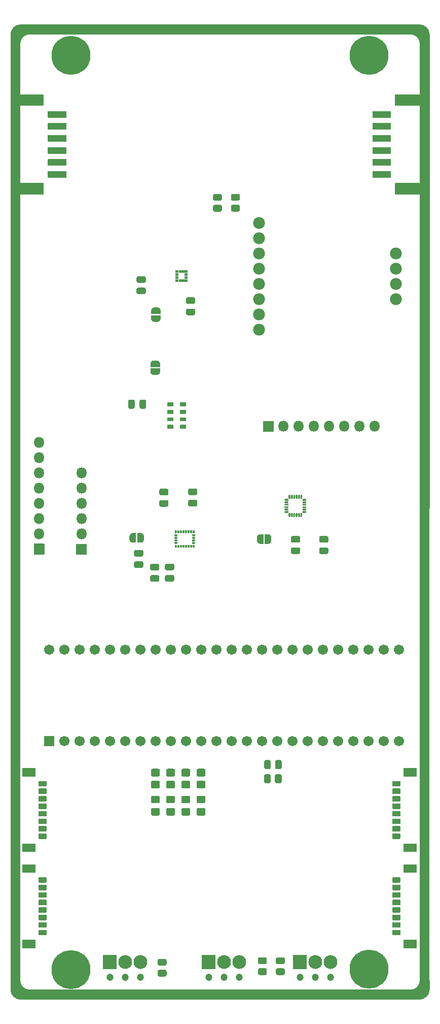
<source format=gbr>
%TF.GenerationSoftware,KiCad,Pcbnew,5.1.10*%
%TF.CreationDate,2021-10-08T11:52:48-05:00*%
%TF.ProjectId,FCB-Lite,4643422d-4c69-4746-952e-6b696361645f,A*%
%TF.SameCoordinates,Original*%
%TF.FileFunction,Soldermask,Top*%
%TF.FilePolarity,Negative*%
%FSLAX46Y46*%
G04 Gerber Fmt 4.6, Leading zero omitted, Abs format (unit mm)*
G04 Created by KiCad (PCBNEW 5.1.10) date 2021-10-08 11:52:48*
%MOMM*%
%LPD*%
G01*
G04 APERTURE LIST*
%ADD10C,0.150000*%
%ADD11C,0.100000*%
%ADD12O,1.801600X1.801600*%
%ADD13C,1.701600*%
%ADD14C,1.981200*%
%ADD15C,1.201600*%
%ADD16C,2.301600*%
%ADD17C,0.901600*%
%ADD18C,6.501600*%
G04 APERTURE END LIST*
D10*
G36*
X99250000Y-187500000D02*
G01*
X34050000Y-187500000D01*
X34050000Y-186000000D01*
X99250000Y-186000000D01*
X99250000Y-187500000D01*
G37*
X99250000Y-187500000D02*
X34050000Y-187500000D01*
X34050000Y-186000000D01*
X99250000Y-186000000D01*
X99250000Y-187500000D01*
X34050000Y-186000000D02*
G75*
G02*
X32450000Y-184400000I0J1600000D01*
G01*
X100800000Y-185900000D02*
G75*
G02*
X99200000Y-187500000I-1600000J0D01*
G01*
X30950000Y-26700000D02*
G75*
G02*
X32550000Y-25100000I1600000J0D01*
G01*
X100800000Y-26700000D02*
G75*
G03*
X99200000Y-25100000I-1600000J0D01*
G01*
G36*
X100800000Y-185900000D02*
G01*
X100700000Y-186300000D01*
X100500000Y-186700000D01*
X100200000Y-187100000D01*
X99600000Y-187400000D01*
X99200000Y-187500000D01*
X97800000Y-187500000D01*
X97800000Y-186000000D01*
X98300000Y-185900000D01*
X98700000Y-185700000D01*
X99000000Y-185400000D01*
X99200000Y-185000000D01*
X99300000Y-184400000D01*
X100800000Y-184400000D01*
X100800000Y-185900000D01*
G37*
X100800000Y-185900000D02*
X100700000Y-186300000D01*
X100500000Y-186700000D01*
X100200000Y-187100000D01*
X99600000Y-187400000D01*
X99200000Y-187500000D01*
X97800000Y-187500000D01*
X97800000Y-186000000D01*
X98300000Y-185900000D01*
X98700000Y-185700000D01*
X99000000Y-185400000D01*
X99200000Y-185000000D01*
X99300000Y-184400000D01*
X100800000Y-184400000D01*
X100800000Y-185900000D01*
G36*
X99250000Y-26600000D02*
G01*
X32550000Y-26600000D01*
X32550000Y-25100000D01*
X99250000Y-25100000D01*
X99250000Y-26600000D01*
G37*
X99250000Y-26600000D02*
X32550000Y-26600000D01*
X32550000Y-25100000D01*
X99250000Y-25100000D01*
X99250000Y-26600000D01*
G36*
X33950000Y-26600000D02*
G01*
X33450000Y-26700000D01*
X33050000Y-26900000D01*
X32750000Y-27200000D01*
X32550000Y-27600000D01*
X32450000Y-28200000D01*
X30950000Y-28200000D01*
X30950000Y-26700000D01*
X31050000Y-26300000D01*
X31250000Y-25900000D01*
X31550000Y-25500000D01*
X32150000Y-25200000D01*
X32550000Y-25100000D01*
X33950000Y-25100000D01*
X33950000Y-26600000D01*
G37*
X33950000Y-26600000D02*
X33450000Y-26700000D01*
X33050000Y-26900000D01*
X32750000Y-27200000D01*
X32550000Y-27600000D01*
X32450000Y-28200000D01*
X30950000Y-28200000D01*
X30950000Y-26700000D01*
X31050000Y-26300000D01*
X31250000Y-25900000D01*
X31550000Y-25500000D01*
X32150000Y-25200000D01*
X32550000Y-25100000D01*
X33950000Y-25100000D01*
X33950000Y-26600000D01*
G36*
X100772400Y-185900000D02*
G01*
X99272400Y-185900000D01*
X99300000Y-26700000D01*
X100800000Y-26700000D01*
X100772400Y-185900000D01*
G37*
X100772400Y-185900000D02*
X99272400Y-185900000D01*
X99300000Y-26700000D01*
X100800000Y-26700000D01*
X100772400Y-185900000D01*
X99300000Y-184400000D02*
G75*
G02*
X97700000Y-186000000I-1600000J0D01*
G01*
G36*
X32550000Y-185000000D02*
G01*
X32750000Y-185400000D01*
X33050000Y-185700000D01*
X33450000Y-185900000D01*
X34050000Y-186000000D01*
X34050000Y-187500000D01*
X32550000Y-187500000D01*
X32150000Y-187400000D01*
X31750000Y-187200000D01*
X31350000Y-186900000D01*
X31050000Y-186300000D01*
X30950000Y-185900000D01*
X30950000Y-184500000D01*
X32450000Y-184500000D01*
X32550000Y-185000000D01*
G37*
X32550000Y-185000000D02*
X32750000Y-185400000D01*
X33050000Y-185700000D01*
X33450000Y-185900000D01*
X34050000Y-186000000D01*
X34050000Y-187500000D01*
X32550000Y-187500000D01*
X32150000Y-187400000D01*
X31750000Y-187200000D01*
X31350000Y-186900000D01*
X31050000Y-186300000D01*
X30950000Y-185900000D01*
X30950000Y-184500000D01*
X32450000Y-184500000D01*
X32550000Y-185000000D01*
G36*
X32450000Y-185900000D02*
G01*
X30950000Y-185900000D01*
X30950000Y-26700000D01*
X32450000Y-26700000D01*
X32450000Y-185900000D01*
G37*
X32450000Y-185900000D02*
X30950000Y-185900000D01*
X30950000Y-26700000D01*
X32450000Y-26700000D01*
X32450000Y-185900000D01*
X99300000Y-28200000D02*
G75*
G03*
X97700000Y-26600000I-1600000J0D01*
G01*
X32550000Y-187500000D02*
G75*
G02*
X30950000Y-185900000I0J1600000D01*
G01*
X32450000Y-28200000D02*
G75*
G02*
X34050000Y-26600000I1600000J0D01*
G01*
D11*
G36*
X99600000Y-25200000D02*
G01*
X100200000Y-25500000D01*
X100500000Y-25900000D01*
X100700000Y-26300000D01*
X100800000Y-26700000D01*
X100800000Y-28200000D01*
X99300000Y-28200000D01*
X99200000Y-27600000D01*
X99000000Y-27200000D01*
X98700000Y-26900000D01*
X98300000Y-26700000D01*
X97800000Y-26600000D01*
X97800000Y-25100000D01*
X99200000Y-25100000D01*
X99600000Y-25200000D01*
G37*
X99600000Y-25200000D02*
X100200000Y-25500000D01*
X100500000Y-25900000D01*
X100700000Y-26300000D01*
X100800000Y-26700000D01*
X100800000Y-28200000D01*
X99300000Y-28200000D01*
X99200000Y-27600000D01*
X99000000Y-27200000D01*
X98700000Y-26900000D01*
X98300000Y-26700000D01*
X97800000Y-26600000D01*
X97800000Y-25100000D01*
X99200000Y-25100000D01*
X99600000Y-25200000D01*
D12*
%TO.C,J203*%
X35660000Y-94690000D03*
X35660000Y-97230000D03*
X35660000Y-99770000D03*
X35660000Y-102310000D03*
X35660000Y-104850000D03*
X35660000Y-107390000D03*
X35660000Y-109930000D03*
G36*
G01*
X36560800Y-111620000D02*
X36560800Y-113320000D01*
G75*
G02*
X36510000Y-113370800I-50800J0D01*
G01*
X34810000Y-113370800D01*
G75*
G02*
X34759200Y-113320000I0J50800D01*
G01*
X34759200Y-111620000D01*
G75*
G02*
X34810000Y-111569200I50800J0D01*
G01*
X36510000Y-111569200D01*
G75*
G02*
X36560800Y-111620000I0J-50800D01*
G01*
G37*
%TD*%
%TO.C,C107*%
G36*
G01*
X52199600Y-68899200D02*
X53200400Y-68899200D01*
G75*
G02*
X53475800Y-69174600I0J-275400D01*
G01*
X53475800Y-69725400D01*
G75*
G02*
X53200400Y-70000800I-275400J0D01*
G01*
X52199600Y-70000800D01*
G75*
G02*
X51924200Y-69725400I0J275400D01*
G01*
X51924200Y-69174600D01*
G75*
G02*
X52199600Y-68899200I275400J0D01*
G01*
G37*
G36*
G01*
X52199600Y-66999200D02*
X53200400Y-66999200D01*
G75*
G02*
X53475800Y-67274600I0J-275400D01*
G01*
X53475800Y-67825400D01*
G75*
G02*
X53200400Y-68100800I-275400J0D01*
G01*
X52199600Y-68100800D01*
G75*
G02*
X51924200Y-67825400I0J275400D01*
G01*
X51924200Y-67274600D01*
G75*
G02*
X52199600Y-66999200I275400J0D01*
G01*
G37*
%TD*%
%TO.C,C106*%
G36*
G01*
X61450400Y-71600800D02*
X60449600Y-71600800D01*
G75*
G02*
X60174200Y-71325400I0J275400D01*
G01*
X60174200Y-70774600D01*
G75*
G02*
X60449600Y-70499200I275400J0D01*
G01*
X61450400Y-70499200D01*
G75*
G02*
X61725800Y-70774600I0J-275400D01*
G01*
X61725800Y-71325400D01*
G75*
G02*
X61450400Y-71600800I-275400J0D01*
G01*
G37*
G36*
G01*
X61450400Y-73500800D02*
X60449600Y-73500800D01*
G75*
G02*
X60174200Y-73225400I0J275400D01*
G01*
X60174200Y-72674600D01*
G75*
G02*
X60449600Y-72399200I275400J0D01*
G01*
X61450400Y-72399200D01*
G75*
G02*
X61725800Y-72674600I0J-275400D01*
G01*
X61725800Y-73225400D01*
G75*
G02*
X61450400Y-73500800I-275400J0D01*
G01*
G37*
%TD*%
%TO.C,J202*%
X91730000Y-92000000D03*
X89190000Y-92000000D03*
X86650000Y-92000000D03*
X84110000Y-92000000D03*
X81570000Y-92000000D03*
X79030000Y-92000000D03*
X76490000Y-92000000D03*
G36*
G01*
X74800000Y-92900800D02*
X73100000Y-92900800D01*
G75*
G02*
X73049200Y-92850000I0J50800D01*
G01*
X73049200Y-91150000D01*
G75*
G02*
X73100000Y-91099200I50800J0D01*
G01*
X74800000Y-91099200D01*
G75*
G02*
X74850800Y-91150000I0J-50800D01*
G01*
X74850800Y-92850000D01*
G75*
G02*
X74800000Y-92900800I-50800J0D01*
G01*
G37*
%TD*%
%TO.C,J201*%
X42736000Y-99800000D03*
X42736000Y-102340000D03*
X42736000Y-104880000D03*
X42736000Y-107420000D03*
X42736000Y-109960000D03*
G36*
G01*
X43636800Y-111650000D02*
X43636800Y-113350000D01*
G75*
G02*
X43586000Y-113400800I-50800J0D01*
G01*
X41886000Y-113400800D01*
G75*
G02*
X41835200Y-113350000I0J50800D01*
G01*
X41835200Y-111650000D01*
G75*
G02*
X41886000Y-111599200I50800J0D01*
G01*
X43586000Y-111599200D01*
G75*
G02*
X43636800Y-111650000I0J-50800D01*
G01*
G37*
%TD*%
%TO.C,J104*%
G36*
G01*
X91370000Y-49469200D02*
X94370000Y-49469200D01*
G75*
G02*
X94420800Y-49520000I0J-50800D01*
G01*
X94420800Y-50520000D01*
G75*
G02*
X94370000Y-50570800I-50800J0D01*
G01*
X91370000Y-50570800D01*
G75*
G02*
X91319200Y-50520000I0J50800D01*
G01*
X91319200Y-49520000D01*
G75*
G02*
X91370000Y-49469200I50800J0D01*
G01*
G37*
G36*
G01*
X91370000Y-47469200D02*
X94370000Y-47469200D01*
G75*
G02*
X94420800Y-47520000I0J-50800D01*
G01*
X94420800Y-48520000D01*
G75*
G02*
X94370000Y-48570800I-50800J0D01*
G01*
X91370000Y-48570800D01*
G75*
G02*
X91319200Y-48520000I0J50800D01*
G01*
X91319200Y-47520000D01*
G75*
G02*
X91370000Y-47469200I50800J0D01*
G01*
G37*
G36*
G01*
X91370000Y-45469200D02*
X94370000Y-45469200D01*
G75*
G02*
X94420800Y-45520000I0J-50800D01*
G01*
X94420800Y-46520000D01*
G75*
G02*
X94370000Y-46570800I-50800J0D01*
G01*
X91370000Y-46570800D01*
G75*
G02*
X91319200Y-46520000I0J50800D01*
G01*
X91319200Y-45520000D01*
G75*
G02*
X91370000Y-45469200I50800J0D01*
G01*
G37*
G36*
G01*
X91370000Y-43469200D02*
X94370000Y-43469200D01*
G75*
G02*
X94420800Y-43520000I0J-50800D01*
G01*
X94420800Y-44520000D01*
G75*
G02*
X94370000Y-44570800I-50800J0D01*
G01*
X91370000Y-44570800D01*
G75*
G02*
X91319200Y-44520000I0J50800D01*
G01*
X91319200Y-43520000D01*
G75*
G02*
X91370000Y-43469200I50800J0D01*
G01*
G37*
G36*
G01*
X95170000Y-51469200D02*
X99170000Y-51469200D01*
G75*
G02*
X99220800Y-51520000I0J-50800D01*
G01*
X99220800Y-53320000D01*
G75*
G02*
X99170000Y-53370800I-50800J0D01*
G01*
X95170000Y-53370800D01*
G75*
G02*
X95119200Y-53320000I0J50800D01*
G01*
X95119200Y-51520000D01*
G75*
G02*
X95170000Y-51469200I50800J0D01*
G01*
G37*
G36*
G01*
X95170000Y-36669200D02*
X99170000Y-36669200D01*
G75*
G02*
X99220800Y-36720000I0J-50800D01*
G01*
X99220800Y-38520000D01*
G75*
G02*
X99170000Y-38570800I-50800J0D01*
G01*
X95170000Y-38570800D01*
G75*
G02*
X95119200Y-38520000I0J50800D01*
G01*
X95119200Y-36720000D01*
G75*
G02*
X95170000Y-36669200I50800J0D01*
G01*
G37*
G36*
G01*
X91370000Y-41469200D02*
X94370000Y-41469200D01*
G75*
G02*
X94420800Y-41520000I0J-50800D01*
G01*
X94420800Y-42520000D01*
G75*
G02*
X94370000Y-42570800I-50800J0D01*
G01*
X91370000Y-42570800D01*
G75*
G02*
X91319200Y-42520000I0J50800D01*
G01*
X91319200Y-41520000D01*
G75*
G02*
X91370000Y-41469200I50800J0D01*
G01*
G37*
G36*
G01*
X91370000Y-39469200D02*
X94370000Y-39469200D01*
G75*
G02*
X94420800Y-39520000I0J-50800D01*
G01*
X94420800Y-40520000D01*
G75*
G02*
X94370000Y-40570800I-50800J0D01*
G01*
X91370000Y-40570800D01*
G75*
G02*
X91319200Y-40520000I0J50800D01*
G01*
X91319200Y-39520000D01*
G75*
G02*
X91370000Y-39469200I50800J0D01*
G01*
G37*
%TD*%
%TO.C,J103*%
G36*
G01*
X40170000Y-40570800D02*
X37170000Y-40570800D01*
G75*
G02*
X37119200Y-40520000I0J50800D01*
G01*
X37119200Y-39520000D01*
G75*
G02*
X37170000Y-39469200I50800J0D01*
G01*
X40170000Y-39469200D01*
G75*
G02*
X40220800Y-39520000I0J-50800D01*
G01*
X40220800Y-40520000D01*
G75*
G02*
X40170000Y-40570800I-50800J0D01*
G01*
G37*
G36*
G01*
X40170000Y-42570800D02*
X37170000Y-42570800D01*
G75*
G02*
X37119200Y-42520000I0J50800D01*
G01*
X37119200Y-41520000D01*
G75*
G02*
X37170000Y-41469200I50800J0D01*
G01*
X40170000Y-41469200D01*
G75*
G02*
X40220800Y-41520000I0J-50800D01*
G01*
X40220800Y-42520000D01*
G75*
G02*
X40170000Y-42570800I-50800J0D01*
G01*
G37*
G36*
G01*
X40170000Y-44570800D02*
X37170000Y-44570800D01*
G75*
G02*
X37119200Y-44520000I0J50800D01*
G01*
X37119200Y-43520000D01*
G75*
G02*
X37170000Y-43469200I50800J0D01*
G01*
X40170000Y-43469200D01*
G75*
G02*
X40220800Y-43520000I0J-50800D01*
G01*
X40220800Y-44520000D01*
G75*
G02*
X40170000Y-44570800I-50800J0D01*
G01*
G37*
G36*
G01*
X40170000Y-46570800D02*
X37170000Y-46570800D01*
G75*
G02*
X37119200Y-46520000I0J50800D01*
G01*
X37119200Y-45520000D01*
G75*
G02*
X37170000Y-45469200I50800J0D01*
G01*
X40170000Y-45469200D01*
G75*
G02*
X40220800Y-45520000I0J-50800D01*
G01*
X40220800Y-46520000D01*
G75*
G02*
X40170000Y-46570800I-50800J0D01*
G01*
G37*
G36*
G01*
X36370000Y-38570800D02*
X32370000Y-38570800D01*
G75*
G02*
X32319200Y-38520000I0J50800D01*
G01*
X32319200Y-36720000D01*
G75*
G02*
X32370000Y-36669200I50800J0D01*
G01*
X36370000Y-36669200D01*
G75*
G02*
X36420800Y-36720000I0J-50800D01*
G01*
X36420800Y-38520000D01*
G75*
G02*
X36370000Y-38570800I-50800J0D01*
G01*
G37*
G36*
G01*
X36370000Y-53370800D02*
X32370000Y-53370800D01*
G75*
G02*
X32319200Y-53320000I0J50800D01*
G01*
X32319200Y-51520000D01*
G75*
G02*
X32370000Y-51469200I50800J0D01*
G01*
X36370000Y-51469200D01*
G75*
G02*
X36420800Y-51520000I0J-50800D01*
G01*
X36420800Y-53320000D01*
G75*
G02*
X36370000Y-53370800I-50800J0D01*
G01*
G37*
G36*
G01*
X40170000Y-48570800D02*
X37170000Y-48570800D01*
G75*
G02*
X37119200Y-48520000I0J50800D01*
G01*
X37119200Y-47520000D01*
G75*
G02*
X37170000Y-47469200I50800J0D01*
G01*
X40170000Y-47469200D01*
G75*
G02*
X40220800Y-47520000I0J-50800D01*
G01*
X40220800Y-48520000D01*
G75*
G02*
X40170000Y-48570800I-50800J0D01*
G01*
G37*
G36*
G01*
X40170000Y-50570800D02*
X37170000Y-50570800D01*
G75*
G02*
X37119200Y-50520000I0J50800D01*
G01*
X37119200Y-49520000D01*
G75*
G02*
X37170000Y-49469200I50800J0D01*
G01*
X40170000Y-49469200D01*
G75*
G02*
X40220800Y-49520000I0J-50800D01*
G01*
X40220800Y-50520000D01*
G75*
G02*
X40170000Y-50570800I-50800J0D01*
G01*
G37*
%TD*%
%TO.C,R107*%
G36*
G01*
X75473979Y-182349200D02*
X76426021Y-182349200D01*
G75*
G02*
X76700800Y-182623979I0J-274779D01*
G01*
X76700800Y-183201021D01*
G75*
G02*
X76426021Y-183475800I-274779J0D01*
G01*
X75473979Y-183475800D01*
G75*
G02*
X75199200Y-183201021I0J274779D01*
G01*
X75199200Y-182623979D01*
G75*
G02*
X75473979Y-182349200I274779J0D01*
G01*
G37*
G36*
G01*
X75473979Y-180524200D02*
X76426021Y-180524200D01*
G75*
G02*
X76700800Y-180798979I0J-274779D01*
G01*
X76700800Y-181376021D01*
G75*
G02*
X76426021Y-181650800I-274779J0D01*
G01*
X75473979Y-181650800D01*
G75*
G02*
X75199200Y-181376021I0J274779D01*
G01*
X75199200Y-180798979D01*
G75*
G02*
X75473979Y-180524200I274779J0D01*
G01*
G37*
%TD*%
%TO.C,R106*%
G36*
G01*
X72473979Y-182349200D02*
X73426021Y-182349200D01*
G75*
G02*
X73700800Y-182623979I0J-274779D01*
G01*
X73700800Y-183201021D01*
G75*
G02*
X73426021Y-183475800I-274779J0D01*
G01*
X72473979Y-183475800D01*
G75*
G02*
X72199200Y-183201021I0J274779D01*
G01*
X72199200Y-182623979D01*
G75*
G02*
X72473979Y-182349200I274779J0D01*
G01*
G37*
G36*
G01*
X72473979Y-180524200D02*
X73426021Y-180524200D01*
G75*
G02*
X73700800Y-180798979I0J-274779D01*
G01*
X73700800Y-181376021D01*
G75*
G02*
X73426021Y-181650800I-274779J0D01*
G01*
X72473979Y-181650800D01*
G75*
G02*
X72199200Y-181376021I0J274779D01*
G01*
X72199200Y-180798979D01*
G75*
G02*
X72473979Y-180524200I274779J0D01*
G01*
G37*
%TD*%
%TO.C,R105*%
G36*
G01*
X55723979Y-182599200D02*
X56676021Y-182599200D01*
G75*
G02*
X56950800Y-182873979I0J-274779D01*
G01*
X56950800Y-183451021D01*
G75*
G02*
X56676021Y-183725800I-274779J0D01*
G01*
X55723979Y-183725800D01*
G75*
G02*
X55449200Y-183451021I0J274779D01*
G01*
X55449200Y-182873979D01*
G75*
G02*
X55723979Y-182599200I274779J0D01*
G01*
G37*
G36*
G01*
X55723979Y-180774200D02*
X56676021Y-180774200D01*
G75*
G02*
X56950800Y-181048979I0J-274779D01*
G01*
X56950800Y-181626021D01*
G75*
G02*
X56676021Y-181900800I-274779J0D01*
G01*
X55723979Y-181900800D01*
G75*
G02*
X55449200Y-181626021I0J274779D01*
G01*
X55449200Y-181048979D01*
G75*
G02*
X55723979Y-180774200I274779J0D01*
G01*
G37*
%TD*%
%TO.C,R204*%
G36*
G01*
X75069200Y-148876021D02*
X75069200Y-147923979D01*
G75*
G02*
X75343979Y-147649200I274779J0D01*
G01*
X75921021Y-147649200D01*
G75*
G02*
X76195800Y-147923979I0J-274779D01*
G01*
X76195800Y-148876021D01*
G75*
G02*
X75921021Y-149150800I-274779J0D01*
G01*
X75343979Y-149150800D01*
G75*
G02*
X75069200Y-148876021I0J274779D01*
G01*
G37*
G36*
G01*
X73244200Y-148876021D02*
X73244200Y-147923979D01*
G75*
G02*
X73518979Y-147649200I274779J0D01*
G01*
X74096021Y-147649200D01*
G75*
G02*
X74370800Y-147923979I0J-274779D01*
G01*
X74370800Y-148876021D01*
G75*
G02*
X74096021Y-149150800I-274779J0D01*
G01*
X73518979Y-149150800D01*
G75*
G02*
X73244200Y-148876021I0J274779D01*
G01*
G37*
%TD*%
%TO.C,R203*%
G36*
G01*
X75049200Y-151226021D02*
X75049200Y-150273979D01*
G75*
G02*
X75323979Y-149999200I274779J0D01*
G01*
X75901021Y-149999200D01*
G75*
G02*
X76175800Y-150273979I0J-274779D01*
G01*
X76175800Y-151226021D01*
G75*
G02*
X75901021Y-151500800I-274779J0D01*
G01*
X75323979Y-151500800D01*
G75*
G02*
X75049200Y-151226021I0J274779D01*
G01*
G37*
G36*
G01*
X73224200Y-151226021D02*
X73224200Y-150273979D01*
G75*
G02*
X73498979Y-149999200I274779J0D01*
G01*
X74076021Y-149999200D01*
G75*
G02*
X74350800Y-150273979I0J-274779D01*
G01*
X74350800Y-151226021D01*
G75*
G02*
X74076021Y-151500800I-274779J0D01*
G01*
X73498979Y-151500800D01*
G75*
G02*
X73224200Y-151226021I0J274779D01*
G01*
G37*
%TD*%
%TO.C,R202*%
G36*
G01*
X64973979Y-55099200D02*
X65926021Y-55099200D01*
G75*
G02*
X66200800Y-55373979I0J-274779D01*
G01*
X66200800Y-55951021D01*
G75*
G02*
X65926021Y-56225800I-274779J0D01*
G01*
X64973979Y-56225800D01*
G75*
G02*
X64699200Y-55951021I0J274779D01*
G01*
X64699200Y-55373979D01*
G75*
G02*
X64973979Y-55099200I274779J0D01*
G01*
G37*
G36*
G01*
X64973979Y-53274200D02*
X65926021Y-53274200D01*
G75*
G02*
X66200800Y-53548979I0J-274779D01*
G01*
X66200800Y-54126021D01*
G75*
G02*
X65926021Y-54400800I-274779J0D01*
G01*
X64973979Y-54400800D01*
G75*
G02*
X64699200Y-54126021I0J274779D01*
G01*
X64699200Y-53548979D01*
G75*
G02*
X64973979Y-53274200I274779J0D01*
G01*
G37*
%TD*%
%TO.C,R201*%
G36*
G01*
X67973979Y-55099200D02*
X68926021Y-55099200D01*
G75*
G02*
X69200800Y-55373979I0J-274779D01*
G01*
X69200800Y-55951021D01*
G75*
G02*
X68926021Y-56225800I-274779J0D01*
G01*
X67973979Y-56225800D01*
G75*
G02*
X67699200Y-55951021I0J274779D01*
G01*
X67699200Y-55373979D01*
G75*
G02*
X67973979Y-55099200I274779J0D01*
G01*
G37*
G36*
G01*
X67973979Y-53274200D02*
X68926021Y-53274200D01*
G75*
G02*
X69200800Y-53548979I0J-274779D01*
G01*
X69200800Y-54126021D01*
G75*
G02*
X68926021Y-54400800I-274779J0D01*
G01*
X67973979Y-54400800D01*
G75*
G02*
X67699200Y-54126021I0J274779D01*
G01*
X67699200Y-53548979D01*
G75*
G02*
X67973979Y-53274200I274779J0D01*
G01*
G37*
%TD*%
D11*
%TO.C,JP103*%
G36*
X55849824Y-82109911D02*
G01*
X55846933Y-82119440D01*
X55842239Y-82128223D01*
X55835921Y-82135921D01*
X55828223Y-82142239D01*
X55819440Y-82146933D01*
X55809911Y-82149824D01*
X55800000Y-82150800D01*
X54300000Y-82150800D01*
X54290089Y-82149824D01*
X54280560Y-82146933D01*
X54271777Y-82142239D01*
X54264079Y-82135921D01*
X54257761Y-82128223D01*
X54253067Y-82119440D01*
X54250176Y-82109911D01*
X54249200Y-82100000D01*
X54249200Y-81600000D01*
X54249802Y-81593887D01*
X54249802Y-81575466D01*
X54250047Y-81570486D01*
X54254857Y-81521655D01*
X54255588Y-81516725D01*
X54265160Y-81468600D01*
X54266372Y-81463763D01*
X54280616Y-81416808D01*
X54282295Y-81412115D01*
X54301072Y-81366782D01*
X54303204Y-81362274D01*
X54326335Y-81319001D01*
X54328897Y-81314727D01*
X54356157Y-81273928D01*
X54359127Y-81269923D01*
X54390255Y-81231994D01*
X54393603Y-81228300D01*
X54428300Y-81193603D01*
X54431994Y-81190255D01*
X54469923Y-81159127D01*
X54473928Y-81156157D01*
X54514727Y-81128897D01*
X54519001Y-81126335D01*
X54562274Y-81103204D01*
X54566782Y-81101072D01*
X54612115Y-81082295D01*
X54616808Y-81080616D01*
X54663763Y-81066372D01*
X54668600Y-81065160D01*
X54716725Y-81055588D01*
X54721655Y-81054857D01*
X54770486Y-81050047D01*
X54775466Y-81049802D01*
X54793887Y-81049802D01*
X54800000Y-81049200D01*
X55300000Y-81049200D01*
X55306113Y-81049802D01*
X55324534Y-81049802D01*
X55329514Y-81050047D01*
X55378345Y-81054857D01*
X55383275Y-81055588D01*
X55431400Y-81065160D01*
X55436237Y-81066372D01*
X55483192Y-81080616D01*
X55487885Y-81082295D01*
X55533218Y-81101072D01*
X55537726Y-81103204D01*
X55580999Y-81126335D01*
X55585273Y-81128897D01*
X55626072Y-81156157D01*
X55630077Y-81159127D01*
X55668006Y-81190255D01*
X55671700Y-81193603D01*
X55706397Y-81228300D01*
X55709745Y-81231994D01*
X55740873Y-81269923D01*
X55743843Y-81273928D01*
X55771103Y-81314727D01*
X55773665Y-81319001D01*
X55796796Y-81362274D01*
X55798928Y-81366782D01*
X55817705Y-81412115D01*
X55819384Y-81416808D01*
X55833628Y-81463763D01*
X55834840Y-81468600D01*
X55844412Y-81516725D01*
X55845143Y-81521655D01*
X55849953Y-81570486D01*
X55850198Y-81575466D01*
X55850198Y-81593887D01*
X55850800Y-81600000D01*
X55850800Y-82100000D01*
X55849824Y-82109911D01*
G37*
G36*
X55850198Y-82906113D02*
G01*
X55850198Y-82924534D01*
X55849953Y-82929514D01*
X55845143Y-82978345D01*
X55844412Y-82983275D01*
X55834840Y-83031400D01*
X55833628Y-83036237D01*
X55819384Y-83083192D01*
X55817705Y-83087885D01*
X55798928Y-83133218D01*
X55796796Y-83137726D01*
X55773665Y-83180999D01*
X55771103Y-83185273D01*
X55743843Y-83226072D01*
X55740873Y-83230077D01*
X55709745Y-83268006D01*
X55706397Y-83271700D01*
X55671700Y-83306397D01*
X55668006Y-83309745D01*
X55630077Y-83340873D01*
X55626072Y-83343843D01*
X55585273Y-83371103D01*
X55580999Y-83373665D01*
X55537726Y-83396796D01*
X55533218Y-83398928D01*
X55487885Y-83417705D01*
X55483192Y-83419384D01*
X55436237Y-83433628D01*
X55431400Y-83434840D01*
X55383275Y-83444412D01*
X55378345Y-83445143D01*
X55329514Y-83449953D01*
X55324534Y-83450198D01*
X55306113Y-83450198D01*
X55300000Y-83450800D01*
X54800000Y-83450800D01*
X54793887Y-83450198D01*
X54775466Y-83450198D01*
X54770486Y-83449953D01*
X54721655Y-83445143D01*
X54716725Y-83444412D01*
X54668600Y-83434840D01*
X54663763Y-83433628D01*
X54616808Y-83419384D01*
X54612115Y-83417705D01*
X54566782Y-83398928D01*
X54562274Y-83396796D01*
X54519001Y-83373665D01*
X54514727Y-83371103D01*
X54473928Y-83343843D01*
X54469923Y-83340873D01*
X54431994Y-83309745D01*
X54428300Y-83306397D01*
X54393603Y-83271700D01*
X54390255Y-83268006D01*
X54359127Y-83230077D01*
X54356157Y-83226072D01*
X54328897Y-83185273D01*
X54326335Y-83180999D01*
X54303204Y-83137726D01*
X54301072Y-83133218D01*
X54282295Y-83087885D01*
X54280616Y-83083192D01*
X54266372Y-83036237D01*
X54265160Y-83031400D01*
X54255588Y-82983275D01*
X54254857Y-82978345D01*
X54250047Y-82929514D01*
X54249802Y-82924534D01*
X54249802Y-82906113D01*
X54249200Y-82900000D01*
X54249200Y-82400000D01*
X54250176Y-82390089D01*
X54253067Y-82380560D01*
X54257761Y-82371777D01*
X54264079Y-82364079D01*
X54271777Y-82357761D01*
X54280560Y-82353067D01*
X54290089Y-82350176D01*
X54300000Y-82349200D01*
X55800000Y-82349200D01*
X55809911Y-82350176D01*
X55819440Y-82353067D01*
X55828223Y-82357761D01*
X55835921Y-82364079D01*
X55842239Y-82371777D01*
X55846933Y-82380560D01*
X55849824Y-82390089D01*
X55850800Y-82400000D01*
X55850800Y-82900000D01*
X55850198Y-82906113D01*
G37*
%TD*%
%TO.C,C108*%
G36*
G01*
X52430200Y-88818400D02*
X52430200Y-87817600D01*
G75*
G02*
X52705600Y-87542200I275400J0D01*
G01*
X53256400Y-87542200D01*
G75*
G02*
X53531800Y-87817600I0J-275400D01*
G01*
X53531800Y-88818400D01*
G75*
G02*
X53256400Y-89093800I-275400J0D01*
G01*
X52705600Y-89093800D01*
G75*
G02*
X52430200Y-88818400I0J275400D01*
G01*
G37*
G36*
G01*
X50530200Y-88818400D02*
X50530200Y-87817600D01*
G75*
G02*
X50805600Y-87542200I275400J0D01*
G01*
X51356400Y-87542200D01*
G75*
G02*
X51631800Y-87817600I0J-275400D01*
G01*
X51631800Y-88818400D01*
G75*
G02*
X51356400Y-89093800I-275400J0D01*
G01*
X50805600Y-89093800D01*
G75*
G02*
X50530200Y-88818400I0J275400D01*
G01*
G37*
%TD*%
D13*
%TO.C,U1*%
X77940000Y-144480000D03*
X80480000Y-144480000D03*
X83020000Y-144480000D03*
X85560000Y-144480000D03*
X75400000Y-144480000D03*
X72860000Y-144480000D03*
X70320000Y-144480000D03*
X88100000Y-144480000D03*
X90640000Y-144480000D03*
X93180000Y-144480000D03*
X95720000Y-144480000D03*
X95720000Y-129240000D03*
X93180000Y-129240000D03*
X90640000Y-129240000D03*
X88100000Y-129240000D03*
X85560000Y-129240000D03*
X83020000Y-129240000D03*
X80480000Y-129240000D03*
X77940000Y-129240000D03*
X75400000Y-129240000D03*
X72860000Y-129240000D03*
X67780000Y-144480000D03*
X65240000Y-144480000D03*
X62700000Y-144480000D03*
X60160000Y-144480000D03*
X57620000Y-144480000D03*
X55080000Y-144480000D03*
X52540000Y-144480000D03*
X50000000Y-144480000D03*
X47460000Y-144480000D03*
X44920000Y-144480000D03*
X42380000Y-144480000D03*
X39840000Y-144480000D03*
G36*
G01*
X36449200Y-145280000D02*
X36449200Y-143680000D01*
G75*
G02*
X36500000Y-143629200I50800J0D01*
G01*
X38100000Y-143629200D01*
G75*
G02*
X38150800Y-143680000I0J-50800D01*
G01*
X38150800Y-145280000D01*
G75*
G02*
X38100000Y-145330800I-50800J0D01*
G01*
X36500000Y-145330800D01*
G75*
G02*
X36449200Y-145280000I0J50800D01*
G01*
G37*
X70320000Y-129240000D03*
X67780000Y-129240000D03*
X65240000Y-129240000D03*
X62700000Y-129240000D03*
X60160000Y-129240000D03*
X57620000Y-129240000D03*
X55080000Y-129240000D03*
X52540000Y-129240000D03*
X50000000Y-129240000D03*
X47460000Y-129240000D03*
X44920000Y-129240000D03*
X42380000Y-129240000D03*
X39840000Y-129240000D03*
X37300000Y-129240000D03*
%TD*%
D14*
%TO.C,U105*%
X72351000Y-58155500D03*
X72351000Y-60695600D03*
X72351000Y-63235700D03*
X72351000Y-65775800D03*
X72351000Y-68315900D03*
X72351000Y-70856000D03*
X72351000Y-73396100D03*
X72351000Y-75936200D03*
X95211000Y-63235500D03*
X95211000Y-65775500D03*
X95211000Y-68315500D03*
X95211000Y-70855500D03*
%TD*%
%TO.C,U104*%
G36*
G01*
X77545400Y-104105800D02*
X77394600Y-104105800D01*
G75*
G02*
X77319200Y-104030400I0J75400D01*
G01*
X77319200Y-103529600D01*
G75*
G02*
X77394600Y-103454200I75400J0D01*
G01*
X77545400Y-103454200D01*
G75*
G02*
X77620800Y-103529600I0J-75400D01*
G01*
X77620800Y-104030400D01*
G75*
G02*
X77545400Y-104105800I-75400J0D01*
G01*
G37*
G36*
G01*
X77945400Y-104105800D02*
X77794600Y-104105800D01*
G75*
G02*
X77719200Y-104030400I0J75400D01*
G01*
X77719200Y-103529600D01*
G75*
G02*
X77794600Y-103454200I75400J0D01*
G01*
X77945400Y-103454200D01*
G75*
G02*
X78020800Y-103529600I0J-75400D01*
G01*
X78020800Y-104030400D01*
G75*
G02*
X77945400Y-104105800I-75400J0D01*
G01*
G37*
G36*
G01*
X78345400Y-104105800D02*
X78194600Y-104105800D01*
G75*
G02*
X78119200Y-104030400I0J75400D01*
G01*
X78119200Y-103529600D01*
G75*
G02*
X78194600Y-103454200I75400J0D01*
G01*
X78345400Y-103454200D01*
G75*
G02*
X78420800Y-103529600I0J-75400D01*
G01*
X78420800Y-104030400D01*
G75*
G02*
X78345400Y-104105800I-75400J0D01*
G01*
G37*
G36*
G01*
X78745400Y-104105800D02*
X78594600Y-104105800D01*
G75*
G02*
X78519200Y-104030400I0J75400D01*
G01*
X78519200Y-103529600D01*
G75*
G02*
X78594600Y-103454200I75400J0D01*
G01*
X78745400Y-103454200D01*
G75*
G02*
X78820800Y-103529600I0J-75400D01*
G01*
X78820800Y-104030400D01*
G75*
G02*
X78745400Y-104105800I-75400J0D01*
G01*
G37*
G36*
G01*
X79145400Y-104105800D02*
X78994600Y-104105800D01*
G75*
G02*
X78919200Y-104030400I0J75400D01*
G01*
X78919200Y-103529600D01*
G75*
G02*
X78994600Y-103454200I75400J0D01*
G01*
X79145400Y-103454200D01*
G75*
G02*
X79220800Y-103529600I0J-75400D01*
G01*
X79220800Y-104030400D01*
G75*
G02*
X79145400Y-104105800I-75400J0D01*
G01*
G37*
G36*
G01*
X79545400Y-104105800D02*
X79394600Y-104105800D01*
G75*
G02*
X79319200Y-104030400I0J75400D01*
G01*
X79319200Y-103529600D01*
G75*
G02*
X79394600Y-103454200I75400J0D01*
G01*
X79545400Y-103454200D01*
G75*
G02*
X79620800Y-103529600I0J-75400D01*
G01*
X79620800Y-104030400D01*
G75*
G02*
X79545400Y-104105800I-75400J0D01*
G01*
G37*
G36*
G01*
X79644200Y-104355400D02*
X79644200Y-104204600D01*
G75*
G02*
X79719600Y-104129200I75400J0D01*
G01*
X80220400Y-104129200D01*
G75*
G02*
X80295800Y-104204600I0J-75400D01*
G01*
X80295800Y-104355400D01*
G75*
G02*
X80220400Y-104430800I-75400J0D01*
G01*
X79719600Y-104430800D01*
G75*
G02*
X79644200Y-104355400I0J75400D01*
G01*
G37*
G36*
G01*
X79644200Y-104755400D02*
X79644200Y-104604600D01*
G75*
G02*
X79719600Y-104529200I75400J0D01*
G01*
X80220400Y-104529200D01*
G75*
G02*
X80295800Y-104604600I0J-75400D01*
G01*
X80295800Y-104755400D01*
G75*
G02*
X80220400Y-104830800I-75400J0D01*
G01*
X79719600Y-104830800D01*
G75*
G02*
X79644200Y-104755400I0J75400D01*
G01*
G37*
G36*
G01*
X79644200Y-105155400D02*
X79644200Y-105004600D01*
G75*
G02*
X79719600Y-104929200I75400J0D01*
G01*
X80220400Y-104929200D01*
G75*
G02*
X80295800Y-105004600I0J-75400D01*
G01*
X80295800Y-105155400D01*
G75*
G02*
X80220400Y-105230800I-75400J0D01*
G01*
X79719600Y-105230800D01*
G75*
G02*
X79644200Y-105155400I0J75400D01*
G01*
G37*
G36*
G01*
X79644200Y-105555400D02*
X79644200Y-105404600D01*
G75*
G02*
X79719600Y-105329200I75400J0D01*
G01*
X80220400Y-105329200D01*
G75*
G02*
X80295800Y-105404600I0J-75400D01*
G01*
X80295800Y-105555400D01*
G75*
G02*
X80220400Y-105630800I-75400J0D01*
G01*
X79719600Y-105630800D01*
G75*
G02*
X79644200Y-105555400I0J75400D01*
G01*
G37*
G36*
G01*
X79644200Y-105955400D02*
X79644200Y-105804600D01*
G75*
G02*
X79719600Y-105729200I75400J0D01*
G01*
X80220400Y-105729200D01*
G75*
G02*
X80295800Y-105804600I0J-75400D01*
G01*
X80295800Y-105955400D01*
G75*
G02*
X80220400Y-106030800I-75400J0D01*
G01*
X79719600Y-106030800D01*
G75*
G02*
X79644200Y-105955400I0J75400D01*
G01*
G37*
G36*
G01*
X79644200Y-106355400D02*
X79644200Y-106204600D01*
G75*
G02*
X79719600Y-106129200I75400J0D01*
G01*
X80220400Y-106129200D01*
G75*
G02*
X80295800Y-106204600I0J-75400D01*
G01*
X80295800Y-106355400D01*
G75*
G02*
X80220400Y-106430800I-75400J0D01*
G01*
X79719600Y-106430800D01*
G75*
G02*
X79644200Y-106355400I0J75400D01*
G01*
G37*
G36*
G01*
X79545400Y-107105800D02*
X79394600Y-107105800D01*
G75*
G02*
X79319200Y-107030400I0J75400D01*
G01*
X79319200Y-106529600D01*
G75*
G02*
X79394600Y-106454200I75400J0D01*
G01*
X79545400Y-106454200D01*
G75*
G02*
X79620800Y-106529600I0J-75400D01*
G01*
X79620800Y-107030400D01*
G75*
G02*
X79545400Y-107105800I-75400J0D01*
G01*
G37*
G36*
G01*
X79145400Y-107105800D02*
X78994600Y-107105800D01*
G75*
G02*
X78919200Y-107030400I0J75400D01*
G01*
X78919200Y-106529600D01*
G75*
G02*
X78994600Y-106454200I75400J0D01*
G01*
X79145400Y-106454200D01*
G75*
G02*
X79220800Y-106529600I0J-75400D01*
G01*
X79220800Y-107030400D01*
G75*
G02*
X79145400Y-107105800I-75400J0D01*
G01*
G37*
G36*
G01*
X78745400Y-107105800D02*
X78594600Y-107105800D01*
G75*
G02*
X78519200Y-107030400I0J75400D01*
G01*
X78519200Y-106529600D01*
G75*
G02*
X78594600Y-106454200I75400J0D01*
G01*
X78745400Y-106454200D01*
G75*
G02*
X78820800Y-106529600I0J-75400D01*
G01*
X78820800Y-107030400D01*
G75*
G02*
X78745400Y-107105800I-75400J0D01*
G01*
G37*
G36*
G01*
X78345400Y-107105800D02*
X78194600Y-107105800D01*
G75*
G02*
X78119200Y-107030400I0J75400D01*
G01*
X78119200Y-106529600D01*
G75*
G02*
X78194600Y-106454200I75400J0D01*
G01*
X78345400Y-106454200D01*
G75*
G02*
X78420800Y-106529600I0J-75400D01*
G01*
X78420800Y-107030400D01*
G75*
G02*
X78345400Y-107105800I-75400J0D01*
G01*
G37*
G36*
G01*
X77945400Y-107105800D02*
X77794600Y-107105800D01*
G75*
G02*
X77719200Y-107030400I0J75400D01*
G01*
X77719200Y-106529600D01*
G75*
G02*
X77794600Y-106454200I75400J0D01*
G01*
X77945400Y-106454200D01*
G75*
G02*
X78020800Y-106529600I0J-75400D01*
G01*
X78020800Y-107030400D01*
G75*
G02*
X77945400Y-107105800I-75400J0D01*
G01*
G37*
G36*
G01*
X77545400Y-107105800D02*
X77394600Y-107105800D01*
G75*
G02*
X77319200Y-107030400I0J75400D01*
G01*
X77319200Y-106529600D01*
G75*
G02*
X77394600Y-106454200I75400J0D01*
G01*
X77545400Y-106454200D01*
G75*
G02*
X77620800Y-106529600I0J-75400D01*
G01*
X77620800Y-107030400D01*
G75*
G02*
X77545400Y-107105800I-75400J0D01*
G01*
G37*
G36*
G01*
X76644200Y-106355400D02*
X76644200Y-106204600D01*
G75*
G02*
X76719600Y-106129200I75400J0D01*
G01*
X77220400Y-106129200D01*
G75*
G02*
X77295800Y-106204600I0J-75400D01*
G01*
X77295800Y-106355400D01*
G75*
G02*
X77220400Y-106430800I-75400J0D01*
G01*
X76719600Y-106430800D01*
G75*
G02*
X76644200Y-106355400I0J75400D01*
G01*
G37*
G36*
G01*
X76644200Y-105955400D02*
X76644200Y-105804600D01*
G75*
G02*
X76719600Y-105729200I75400J0D01*
G01*
X77220400Y-105729200D01*
G75*
G02*
X77295800Y-105804600I0J-75400D01*
G01*
X77295800Y-105955400D01*
G75*
G02*
X77220400Y-106030800I-75400J0D01*
G01*
X76719600Y-106030800D01*
G75*
G02*
X76644200Y-105955400I0J75400D01*
G01*
G37*
G36*
G01*
X76644200Y-105555400D02*
X76644200Y-105404600D01*
G75*
G02*
X76719600Y-105329200I75400J0D01*
G01*
X77220400Y-105329200D01*
G75*
G02*
X77295800Y-105404600I0J-75400D01*
G01*
X77295800Y-105555400D01*
G75*
G02*
X77220400Y-105630800I-75400J0D01*
G01*
X76719600Y-105630800D01*
G75*
G02*
X76644200Y-105555400I0J75400D01*
G01*
G37*
G36*
G01*
X76644200Y-105155400D02*
X76644200Y-105004600D01*
G75*
G02*
X76719600Y-104929200I75400J0D01*
G01*
X77220400Y-104929200D01*
G75*
G02*
X77295800Y-105004600I0J-75400D01*
G01*
X77295800Y-105155400D01*
G75*
G02*
X77220400Y-105230800I-75400J0D01*
G01*
X76719600Y-105230800D01*
G75*
G02*
X76644200Y-105155400I0J75400D01*
G01*
G37*
G36*
G01*
X76644200Y-104755400D02*
X76644200Y-104604600D01*
G75*
G02*
X76719600Y-104529200I75400J0D01*
G01*
X77220400Y-104529200D01*
G75*
G02*
X77295800Y-104604600I0J-75400D01*
G01*
X77295800Y-104755400D01*
G75*
G02*
X77220400Y-104830800I-75400J0D01*
G01*
X76719600Y-104830800D01*
G75*
G02*
X76644200Y-104755400I0J75400D01*
G01*
G37*
G36*
G01*
X76644200Y-104355400D02*
X76644200Y-104204600D01*
G75*
G02*
X76719600Y-104129200I75400J0D01*
G01*
X77220400Y-104129200D01*
G75*
G02*
X77295800Y-104204600I0J-75400D01*
G01*
X77295800Y-104355400D01*
G75*
G02*
X77220400Y-104430800I-75400J0D01*
G01*
X76719600Y-104430800D01*
G75*
G02*
X76644200Y-104355400I0J75400D01*
G01*
G37*
%TD*%
%TO.C,U103*%
G36*
G01*
X59184200Y-92373000D02*
X59184200Y-91823000D01*
G75*
G02*
X59235000Y-91772200I50800J0D01*
G01*
X60185000Y-91772200D01*
G75*
G02*
X60235800Y-91823000I0J-50800D01*
G01*
X60235800Y-92373000D01*
G75*
G02*
X60185000Y-92423800I-50800J0D01*
G01*
X59235000Y-92423800D01*
G75*
G02*
X59184200Y-92373000I0J50800D01*
G01*
G37*
G36*
G01*
X59184200Y-91123000D02*
X59184200Y-90573000D01*
G75*
G02*
X59235000Y-90522200I50800J0D01*
G01*
X60185000Y-90522200D01*
G75*
G02*
X60235800Y-90573000I0J-50800D01*
G01*
X60235800Y-91123000D01*
G75*
G02*
X60185000Y-91173800I-50800J0D01*
G01*
X59235000Y-91173800D01*
G75*
G02*
X59184200Y-91123000I0J50800D01*
G01*
G37*
G36*
G01*
X59184200Y-89873000D02*
X59184200Y-89323000D01*
G75*
G02*
X59235000Y-89272200I50800J0D01*
G01*
X60185000Y-89272200D01*
G75*
G02*
X60235800Y-89323000I0J-50800D01*
G01*
X60235800Y-89873000D01*
G75*
G02*
X60185000Y-89923800I-50800J0D01*
G01*
X59235000Y-89923800D01*
G75*
G02*
X59184200Y-89873000I0J50800D01*
G01*
G37*
G36*
G01*
X59184200Y-88623000D02*
X59184200Y-88073000D01*
G75*
G02*
X59235000Y-88022200I50800J0D01*
G01*
X60185000Y-88022200D01*
G75*
G02*
X60235800Y-88073000I0J-50800D01*
G01*
X60235800Y-88623000D01*
G75*
G02*
X60185000Y-88673800I-50800J0D01*
G01*
X59235000Y-88673800D01*
G75*
G02*
X59184200Y-88623000I0J50800D01*
G01*
G37*
G36*
G01*
X57034200Y-91123000D02*
X57034200Y-90573000D01*
G75*
G02*
X57085000Y-90522200I50800J0D01*
G01*
X58035000Y-90522200D01*
G75*
G02*
X58085800Y-90573000I0J-50800D01*
G01*
X58085800Y-91123000D01*
G75*
G02*
X58035000Y-91173800I-50800J0D01*
G01*
X57085000Y-91173800D01*
G75*
G02*
X57034200Y-91123000I0J50800D01*
G01*
G37*
G36*
G01*
X57034200Y-89873000D02*
X57034200Y-89323000D01*
G75*
G02*
X57085000Y-89272200I50800J0D01*
G01*
X58035000Y-89272200D01*
G75*
G02*
X58085800Y-89323000I0J-50800D01*
G01*
X58085800Y-89873000D01*
G75*
G02*
X58035000Y-89923800I-50800J0D01*
G01*
X57085000Y-89923800D01*
G75*
G02*
X57034200Y-89873000I0J50800D01*
G01*
G37*
G36*
G01*
X57034200Y-88623000D02*
X57034200Y-88073000D01*
G75*
G02*
X57085000Y-88022200I50800J0D01*
G01*
X58035000Y-88022200D01*
G75*
G02*
X58085800Y-88073000I0J-50800D01*
G01*
X58085800Y-88623000D01*
G75*
G02*
X58035000Y-88673800I-50800J0D01*
G01*
X57085000Y-88673800D01*
G75*
G02*
X57034200Y-88623000I0J50800D01*
G01*
G37*
G36*
G01*
X57034200Y-92373000D02*
X57034200Y-91823000D01*
G75*
G02*
X57085000Y-91772200I50800J0D01*
G01*
X58035000Y-91772200D01*
G75*
G02*
X58085800Y-91823000I0J-50800D01*
G01*
X58085800Y-92373000D01*
G75*
G02*
X58035000Y-92423800I-50800J0D01*
G01*
X57085000Y-92423800D01*
G75*
G02*
X57034200Y-92373000I0J50800D01*
G01*
G37*
%TD*%
%TO.C,U102*%
G36*
G01*
X59375000Y-66445800D02*
X59025000Y-66445800D01*
G75*
G02*
X58974200Y-66395000I0J50800D01*
G01*
X58974200Y-66020000D01*
G75*
G02*
X59025000Y-65969200I50800J0D01*
G01*
X59375000Y-65969200D01*
G75*
G02*
X59425800Y-66020000I0J-50800D01*
G01*
X59425800Y-66395000D01*
G75*
G02*
X59375000Y-66445800I-50800J0D01*
G01*
G37*
G36*
G01*
X59875000Y-66445800D02*
X59525000Y-66445800D01*
G75*
G02*
X59474200Y-66395000I0J50800D01*
G01*
X59474200Y-66020000D01*
G75*
G02*
X59525000Y-65969200I50800J0D01*
G01*
X59875000Y-65969200D01*
G75*
G02*
X59925800Y-66020000I0J-50800D01*
G01*
X59925800Y-66395000D01*
G75*
G02*
X59875000Y-66445800I-50800J0D01*
G01*
G37*
G36*
G01*
X59875000Y-67970800D02*
X59525000Y-67970800D01*
G75*
G02*
X59474200Y-67920000I0J50800D01*
G01*
X59474200Y-67545000D01*
G75*
G02*
X59525000Y-67494200I50800J0D01*
G01*
X59875000Y-67494200D01*
G75*
G02*
X59925800Y-67545000I0J-50800D01*
G01*
X59925800Y-67920000D01*
G75*
G02*
X59875000Y-67970800I-50800J0D01*
G01*
G37*
G36*
G01*
X59375000Y-67970800D02*
X59025000Y-67970800D01*
G75*
G02*
X58974200Y-67920000I0J50800D01*
G01*
X58974200Y-67545000D01*
G75*
G02*
X59025000Y-67494200I50800J0D01*
G01*
X59375000Y-67494200D01*
G75*
G02*
X59425800Y-67545000I0J-50800D01*
G01*
X59425800Y-67920000D01*
G75*
G02*
X59375000Y-67970800I-50800J0D01*
G01*
G37*
G36*
G01*
X59974200Y-66395000D02*
X59974200Y-66045000D01*
G75*
G02*
X60025000Y-65994200I50800J0D01*
G01*
X60400000Y-65994200D01*
G75*
G02*
X60450800Y-66045000I0J-50800D01*
G01*
X60450800Y-66395000D01*
G75*
G02*
X60400000Y-66445800I-50800J0D01*
G01*
X60025000Y-66445800D01*
G75*
G02*
X59974200Y-66395000I0J50800D01*
G01*
G37*
G36*
G01*
X58449200Y-66395000D02*
X58449200Y-66045000D01*
G75*
G02*
X58500000Y-65994200I50800J0D01*
G01*
X58875000Y-65994200D01*
G75*
G02*
X58925800Y-66045000I0J-50800D01*
G01*
X58925800Y-66395000D01*
G75*
G02*
X58875000Y-66445800I-50800J0D01*
G01*
X58500000Y-66445800D01*
G75*
G02*
X58449200Y-66395000I0J50800D01*
G01*
G37*
G36*
G01*
X59974200Y-67895000D02*
X59974200Y-67545000D01*
G75*
G02*
X60025000Y-67494200I50800J0D01*
G01*
X60400000Y-67494200D01*
G75*
G02*
X60450800Y-67545000I0J-50800D01*
G01*
X60450800Y-67895000D01*
G75*
G02*
X60400000Y-67945800I-50800J0D01*
G01*
X60025000Y-67945800D01*
G75*
G02*
X59974200Y-67895000I0J50800D01*
G01*
G37*
G36*
G01*
X58449200Y-67895000D02*
X58449200Y-67545000D01*
G75*
G02*
X58500000Y-67494200I50800J0D01*
G01*
X58875000Y-67494200D01*
G75*
G02*
X58925800Y-67545000I0J-50800D01*
G01*
X58925800Y-67895000D01*
G75*
G02*
X58875000Y-67945800I-50800J0D01*
G01*
X58500000Y-67945800D01*
G75*
G02*
X58449200Y-67895000I0J50800D01*
G01*
G37*
G36*
G01*
X59974200Y-67395000D02*
X59974200Y-67045000D01*
G75*
G02*
X60025000Y-66994200I50800J0D01*
G01*
X60400000Y-66994200D01*
G75*
G02*
X60450800Y-67045000I0J-50800D01*
G01*
X60450800Y-67395000D01*
G75*
G02*
X60400000Y-67445800I-50800J0D01*
G01*
X60025000Y-67445800D01*
G75*
G02*
X59974200Y-67395000I0J50800D01*
G01*
G37*
G36*
G01*
X59974200Y-66895000D02*
X59974200Y-66545000D01*
G75*
G02*
X60025000Y-66494200I50800J0D01*
G01*
X60400000Y-66494200D01*
G75*
G02*
X60450800Y-66545000I0J-50800D01*
G01*
X60450800Y-66895000D01*
G75*
G02*
X60400000Y-66945800I-50800J0D01*
G01*
X60025000Y-66945800D01*
G75*
G02*
X59974200Y-66895000I0J50800D01*
G01*
G37*
G36*
G01*
X58449200Y-67395000D02*
X58449200Y-67045000D01*
G75*
G02*
X58500000Y-66994200I50800J0D01*
G01*
X58875000Y-66994200D01*
G75*
G02*
X58925800Y-67045000I0J-50800D01*
G01*
X58925800Y-67395000D01*
G75*
G02*
X58875000Y-67445800I-50800J0D01*
G01*
X58500000Y-67445800D01*
G75*
G02*
X58449200Y-67395000I0J50800D01*
G01*
G37*
G36*
G01*
X58449200Y-66895000D02*
X58449200Y-66545000D01*
G75*
G02*
X58500000Y-66494200I50800J0D01*
G01*
X58875000Y-66494200D01*
G75*
G02*
X58925800Y-66545000I0J-50800D01*
G01*
X58925800Y-66895000D01*
G75*
G02*
X58875000Y-66945800I-50800J0D01*
G01*
X58500000Y-66945800D01*
G75*
G02*
X58449200Y-66895000I0J50800D01*
G01*
G37*
%TD*%
%TO.C,U101*%
G36*
G01*
X61319200Y-112210001D02*
X61319200Y-111859999D01*
G75*
G02*
X61369999Y-111809200I50799J0D01*
G01*
X61600001Y-111809200D01*
G75*
G02*
X61650800Y-111859999I0J-50799D01*
G01*
X61650800Y-112210001D01*
G75*
G02*
X61600001Y-112260800I-50799J0D01*
G01*
X61369999Y-112260800D01*
G75*
G02*
X61319200Y-112210001I0J50799D01*
G01*
G37*
G36*
G01*
X60889200Y-112210001D02*
X60889200Y-111859999D01*
G75*
G02*
X60939999Y-111809200I50799J0D01*
G01*
X61170001Y-111809200D01*
G75*
G02*
X61220800Y-111859999I0J-50799D01*
G01*
X61220800Y-112210001D01*
G75*
G02*
X61170001Y-112260800I-50799J0D01*
G01*
X60939999Y-112260800D01*
G75*
G02*
X60889200Y-112210001I0J50799D01*
G01*
G37*
G36*
G01*
X60459200Y-112210001D02*
X60459200Y-111859999D01*
G75*
G02*
X60509999Y-111809200I50799J0D01*
G01*
X60740001Y-111809200D01*
G75*
G02*
X60790800Y-111859999I0J-50799D01*
G01*
X60790800Y-112210001D01*
G75*
G02*
X60740001Y-112260800I-50799J0D01*
G01*
X60509999Y-112260800D01*
G75*
G02*
X60459200Y-112210001I0J50799D01*
G01*
G37*
G36*
G01*
X60029200Y-112210001D02*
X60029200Y-111859999D01*
G75*
G02*
X60079999Y-111809200I50799J0D01*
G01*
X60310001Y-111809200D01*
G75*
G02*
X60360800Y-111859999I0J-50799D01*
G01*
X60360800Y-112210001D01*
G75*
G02*
X60310001Y-112260800I-50799J0D01*
G01*
X60079999Y-112260800D01*
G75*
G02*
X60029200Y-112210001I0J50799D01*
G01*
G37*
G36*
G01*
X59599200Y-112210001D02*
X59599200Y-111859999D01*
G75*
G02*
X59649999Y-111809200I50799J0D01*
G01*
X59880001Y-111809200D01*
G75*
G02*
X59930800Y-111859999I0J-50799D01*
G01*
X59930800Y-112210001D01*
G75*
G02*
X59880001Y-112260800I-50799J0D01*
G01*
X59649999Y-112260800D01*
G75*
G02*
X59599200Y-112210001I0J50799D01*
G01*
G37*
G36*
G01*
X59169200Y-112210001D02*
X59169200Y-111859999D01*
G75*
G02*
X59219999Y-111809200I50799J0D01*
G01*
X59450001Y-111809200D01*
G75*
G02*
X59500800Y-111859999I0J-50799D01*
G01*
X59500800Y-112210001D01*
G75*
G02*
X59450001Y-112260800I-50799J0D01*
G01*
X59219999Y-112260800D01*
G75*
G02*
X59169200Y-112210001I0J50799D01*
G01*
G37*
G36*
G01*
X58739200Y-112210001D02*
X58739200Y-111859999D01*
G75*
G02*
X58789999Y-111809200I50799J0D01*
G01*
X59020001Y-111809200D01*
G75*
G02*
X59070800Y-111859999I0J-50799D01*
G01*
X59070800Y-112210001D01*
G75*
G02*
X59020001Y-112260800I-50799J0D01*
G01*
X58789999Y-112260800D01*
G75*
G02*
X58739200Y-112210001I0J50799D01*
G01*
G37*
G36*
G01*
X58309200Y-112210001D02*
X58309200Y-111859999D01*
G75*
G02*
X58359999Y-111809200I50799J0D01*
G01*
X58590001Y-111809200D01*
G75*
G02*
X58640800Y-111859999I0J-50799D01*
G01*
X58640800Y-112210001D01*
G75*
G02*
X58590001Y-112260800I-50799J0D01*
G01*
X58359999Y-112260800D01*
G75*
G02*
X58309200Y-112210001I0J50799D01*
G01*
G37*
G36*
G01*
X61319200Y-109760001D02*
X61319200Y-109409999D01*
G75*
G02*
X61369999Y-109359200I50799J0D01*
G01*
X61600001Y-109359200D01*
G75*
G02*
X61650800Y-109409999I0J-50799D01*
G01*
X61650800Y-109760001D01*
G75*
G02*
X61600001Y-109810800I-50799J0D01*
G01*
X61369999Y-109810800D01*
G75*
G02*
X61319200Y-109760001I0J50799D01*
G01*
G37*
G36*
G01*
X60889200Y-109760001D02*
X60889200Y-109409999D01*
G75*
G02*
X60939999Y-109359200I50799J0D01*
G01*
X61170001Y-109359200D01*
G75*
G02*
X61220800Y-109409999I0J-50799D01*
G01*
X61220800Y-109760001D01*
G75*
G02*
X61170001Y-109810800I-50799J0D01*
G01*
X60939999Y-109810800D01*
G75*
G02*
X60889200Y-109760001I0J50799D01*
G01*
G37*
G36*
G01*
X60459200Y-109760001D02*
X60459200Y-109409999D01*
G75*
G02*
X60509999Y-109359200I50799J0D01*
G01*
X60740001Y-109359200D01*
G75*
G02*
X60790800Y-109409999I0J-50799D01*
G01*
X60790800Y-109760001D01*
G75*
G02*
X60740001Y-109810800I-50799J0D01*
G01*
X60509999Y-109810800D01*
G75*
G02*
X60459200Y-109760001I0J50799D01*
G01*
G37*
G36*
G01*
X60029200Y-109760001D02*
X60029200Y-109409999D01*
G75*
G02*
X60079999Y-109359200I50799J0D01*
G01*
X60310001Y-109359200D01*
G75*
G02*
X60360800Y-109409999I0J-50799D01*
G01*
X60360800Y-109760001D01*
G75*
G02*
X60310001Y-109810800I-50799J0D01*
G01*
X60079999Y-109810800D01*
G75*
G02*
X60029200Y-109760001I0J50799D01*
G01*
G37*
G36*
G01*
X59599200Y-109760001D02*
X59599200Y-109409999D01*
G75*
G02*
X59649999Y-109359200I50799J0D01*
G01*
X59880001Y-109359200D01*
G75*
G02*
X59930800Y-109409999I0J-50799D01*
G01*
X59930800Y-109760001D01*
G75*
G02*
X59880001Y-109810800I-50799J0D01*
G01*
X59649999Y-109810800D01*
G75*
G02*
X59599200Y-109760001I0J50799D01*
G01*
G37*
G36*
G01*
X59169200Y-109760001D02*
X59169200Y-109409999D01*
G75*
G02*
X59219999Y-109359200I50799J0D01*
G01*
X59450001Y-109359200D01*
G75*
G02*
X59500800Y-109409999I0J-50799D01*
G01*
X59500800Y-109760001D01*
G75*
G02*
X59450001Y-109810800I-50799J0D01*
G01*
X59219999Y-109810800D01*
G75*
G02*
X59169200Y-109760001I0J50799D01*
G01*
G37*
G36*
G01*
X58739200Y-109760001D02*
X58739200Y-109409999D01*
G75*
G02*
X58789999Y-109359200I50799J0D01*
G01*
X59020001Y-109359200D01*
G75*
G02*
X59070800Y-109409999I0J-50799D01*
G01*
X59070800Y-109760001D01*
G75*
G02*
X59020001Y-109810800I-50799J0D01*
G01*
X58789999Y-109810800D01*
G75*
G02*
X58739200Y-109760001I0J50799D01*
G01*
G37*
G36*
G01*
X61229200Y-111570001D02*
X61229200Y-111339999D01*
G75*
G02*
X61279999Y-111289200I50799J0D01*
G01*
X61630001Y-111289200D01*
G75*
G02*
X61680800Y-111339999I0J-50799D01*
G01*
X61680800Y-111570001D01*
G75*
G02*
X61630001Y-111620800I-50799J0D01*
G01*
X61279999Y-111620800D01*
G75*
G02*
X61229200Y-111570001I0J50799D01*
G01*
G37*
G36*
G01*
X58279200Y-111570001D02*
X58279200Y-111339999D01*
G75*
G02*
X58329999Y-111289200I50799J0D01*
G01*
X58680001Y-111289200D01*
G75*
G02*
X58730800Y-111339999I0J-50799D01*
G01*
X58730800Y-111570001D01*
G75*
G02*
X58680001Y-111620800I-50799J0D01*
G01*
X58329999Y-111620800D01*
G75*
G02*
X58279200Y-111570001I0J50799D01*
G01*
G37*
G36*
G01*
X61229200Y-111140001D02*
X61229200Y-110909999D01*
G75*
G02*
X61279999Y-110859200I50799J0D01*
G01*
X61630001Y-110859200D01*
G75*
G02*
X61680800Y-110909999I0J-50799D01*
G01*
X61680800Y-111140001D01*
G75*
G02*
X61630001Y-111190800I-50799J0D01*
G01*
X61279999Y-111190800D01*
G75*
G02*
X61229200Y-111140001I0J50799D01*
G01*
G37*
G36*
G01*
X58279200Y-111140001D02*
X58279200Y-110909999D01*
G75*
G02*
X58329999Y-110859200I50799J0D01*
G01*
X58680001Y-110859200D01*
G75*
G02*
X58730800Y-110909999I0J-50799D01*
G01*
X58730800Y-111140001D01*
G75*
G02*
X58680001Y-111190800I-50799J0D01*
G01*
X58329999Y-111190800D01*
G75*
G02*
X58279200Y-111140001I0J50799D01*
G01*
G37*
G36*
G01*
X61229200Y-110710001D02*
X61229200Y-110479999D01*
G75*
G02*
X61279999Y-110429200I50799J0D01*
G01*
X61630001Y-110429200D01*
G75*
G02*
X61680800Y-110479999I0J-50799D01*
G01*
X61680800Y-110710001D01*
G75*
G02*
X61630001Y-110760800I-50799J0D01*
G01*
X61279999Y-110760800D01*
G75*
G02*
X61229200Y-110710001I0J50799D01*
G01*
G37*
G36*
G01*
X58279200Y-110710001D02*
X58279200Y-110479999D01*
G75*
G02*
X58329999Y-110429200I50799J0D01*
G01*
X58680001Y-110429200D01*
G75*
G02*
X58730800Y-110479999I0J-50799D01*
G01*
X58730800Y-110710001D01*
G75*
G02*
X58680001Y-110760800I-50799J0D01*
G01*
X58329999Y-110760800D01*
G75*
G02*
X58279200Y-110710001I0J50799D01*
G01*
G37*
G36*
G01*
X61229200Y-110280001D02*
X61229200Y-110049999D01*
G75*
G02*
X61279999Y-109999200I50799J0D01*
G01*
X61630001Y-109999200D01*
G75*
G02*
X61680800Y-110049999I0J-50799D01*
G01*
X61680800Y-110280001D01*
G75*
G02*
X61630001Y-110330800I-50799J0D01*
G01*
X61279999Y-110330800D01*
G75*
G02*
X61229200Y-110280001I0J50799D01*
G01*
G37*
G36*
G01*
X58279200Y-110280001D02*
X58279200Y-110049999D01*
G75*
G02*
X58329999Y-109999200I50799J0D01*
G01*
X58680001Y-109999200D01*
G75*
G02*
X58730800Y-110049999I0J-50799D01*
G01*
X58730800Y-110280001D01*
G75*
G02*
X58680001Y-110330800I-50799J0D01*
G01*
X58329999Y-110330800D01*
G75*
G02*
X58279200Y-110280001I0J50799D01*
G01*
G37*
G36*
G01*
X58309200Y-109760001D02*
X58309200Y-109409999D01*
G75*
G02*
X58359999Y-109359200I50799J0D01*
G01*
X58590001Y-109359200D01*
G75*
G02*
X58640800Y-109409999I0J-50799D01*
G01*
X58640800Y-109760001D01*
G75*
G02*
X58590001Y-109810800I-50799J0D01*
G01*
X58359999Y-109810800D01*
G75*
G02*
X58309200Y-109760001I0J50799D01*
G01*
G37*
%TD*%
%TO.C,R9004*%
G36*
G01*
X62219365Y-151087700D02*
X63178635Y-151087700D01*
G75*
G02*
X63449800Y-151358865I0J-271165D01*
G01*
X63449800Y-152118135D01*
G75*
G02*
X63178635Y-152389300I-271165J0D01*
G01*
X62219365Y-152389300D01*
G75*
G02*
X61948200Y-152118135I0J271165D01*
G01*
X61948200Y-151358865D01*
G75*
G02*
X62219365Y-151087700I271165J0D01*
G01*
G37*
G36*
G01*
X62219365Y-149087700D02*
X63178635Y-149087700D01*
G75*
G02*
X63449800Y-149358865I0J-271165D01*
G01*
X63449800Y-150118135D01*
G75*
G02*
X63178635Y-150389300I-271165J0D01*
G01*
X62219365Y-150389300D01*
G75*
G02*
X61948200Y-150118135I0J271165D01*
G01*
X61948200Y-149358865D01*
G75*
G02*
X62219365Y-149087700I271165J0D01*
G01*
G37*
%TD*%
%TO.C,R9003*%
G36*
G01*
X59679365Y-151087700D02*
X60638635Y-151087700D01*
G75*
G02*
X60909800Y-151358865I0J-271165D01*
G01*
X60909800Y-152118135D01*
G75*
G02*
X60638635Y-152389300I-271165J0D01*
G01*
X59679365Y-152389300D01*
G75*
G02*
X59408200Y-152118135I0J271165D01*
G01*
X59408200Y-151358865D01*
G75*
G02*
X59679365Y-151087700I271165J0D01*
G01*
G37*
G36*
G01*
X59679365Y-149087700D02*
X60638635Y-149087700D01*
G75*
G02*
X60909800Y-149358865I0J-271165D01*
G01*
X60909800Y-150118135D01*
G75*
G02*
X60638635Y-150389300I-271165J0D01*
G01*
X59679365Y-150389300D01*
G75*
G02*
X59408200Y-150118135I0J271165D01*
G01*
X59408200Y-149358865D01*
G75*
G02*
X59679365Y-149087700I271165J0D01*
G01*
G37*
%TD*%
%TO.C,R9002*%
G36*
G01*
X57139365Y-151087700D02*
X58098635Y-151087700D01*
G75*
G02*
X58369800Y-151358865I0J-271165D01*
G01*
X58369800Y-152118135D01*
G75*
G02*
X58098635Y-152389300I-271165J0D01*
G01*
X57139365Y-152389300D01*
G75*
G02*
X56868200Y-152118135I0J271165D01*
G01*
X56868200Y-151358865D01*
G75*
G02*
X57139365Y-151087700I271165J0D01*
G01*
G37*
G36*
G01*
X57139365Y-149087700D02*
X58098635Y-149087700D01*
G75*
G02*
X58369800Y-149358865I0J-271165D01*
G01*
X58369800Y-150118135D01*
G75*
G02*
X58098635Y-150389300I-271165J0D01*
G01*
X57139365Y-150389300D01*
G75*
G02*
X56868200Y-150118135I0J271165D01*
G01*
X56868200Y-149358865D01*
G75*
G02*
X57139365Y-149087700I271165J0D01*
G01*
G37*
%TD*%
%TO.C,R9001*%
G36*
G01*
X54599365Y-151087700D02*
X55558635Y-151087700D01*
G75*
G02*
X55829800Y-151358865I0J-271165D01*
G01*
X55829800Y-152118135D01*
G75*
G02*
X55558635Y-152389300I-271165J0D01*
G01*
X54599365Y-152389300D01*
G75*
G02*
X54328200Y-152118135I0J271165D01*
G01*
X54328200Y-151358865D01*
G75*
G02*
X54599365Y-151087700I271165J0D01*
G01*
G37*
G36*
G01*
X54599365Y-149087700D02*
X55558635Y-149087700D01*
G75*
G02*
X55829800Y-149358865I0J-271165D01*
G01*
X55829800Y-150118135D01*
G75*
G02*
X55558635Y-150389300I-271165J0D01*
G01*
X54599365Y-150389300D01*
G75*
G02*
X54328200Y-150118135I0J271165D01*
G01*
X54328200Y-149358865D01*
G75*
G02*
X54599365Y-149087700I271165J0D01*
G01*
G37*
%TD*%
D11*
%TO.C,JP104*%
G36*
X73099911Y-109997176D02*
G01*
X73109440Y-110000067D01*
X73118223Y-110004761D01*
X73125921Y-110011079D01*
X73132239Y-110018777D01*
X73136933Y-110027560D01*
X73139824Y-110037089D01*
X73140800Y-110047000D01*
X73140800Y-111547000D01*
X73139824Y-111556911D01*
X73136933Y-111566440D01*
X73132239Y-111575223D01*
X73125921Y-111582921D01*
X73118223Y-111589239D01*
X73109440Y-111593933D01*
X73099911Y-111596824D01*
X73090000Y-111597800D01*
X72590000Y-111597800D01*
X72583887Y-111597198D01*
X72565466Y-111597198D01*
X72560486Y-111596953D01*
X72511655Y-111592143D01*
X72506725Y-111591412D01*
X72458600Y-111581840D01*
X72453763Y-111580628D01*
X72406808Y-111566384D01*
X72402115Y-111564705D01*
X72356782Y-111545928D01*
X72352274Y-111543796D01*
X72309001Y-111520665D01*
X72304727Y-111518103D01*
X72263928Y-111490843D01*
X72259923Y-111487873D01*
X72221994Y-111456745D01*
X72218300Y-111453397D01*
X72183603Y-111418700D01*
X72180255Y-111415006D01*
X72149127Y-111377077D01*
X72146157Y-111373072D01*
X72118897Y-111332273D01*
X72116335Y-111327999D01*
X72093204Y-111284726D01*
X72091072Y-111280218D01*
X72072295Y-111234885D01*
X72070616Y-111230192D01*
X72056372Y-111183237D01*
X72055160Y-111178400D01*
X72045588Y-111130275D01*
X72044857Y-111125345D01*
X72040047Y-111076514D01*
X72039802Y-111071534D01*
X72039802Y-111053113D01*
X72039200Y-111047000D01*
X72039200Y-110547000D01*
X72039802Y-110540887D01*
X72039802Y-110522466D01*
X72040047Y-110517486D01*
X72044857Y-110468655D01*
X72045588Y-110463725D01*
X72055160Y-110415600D01*
X72056372Y-110410763D01*
X72070616Y-110363808D01*
X72072295Y-110359115D01*
X72091072Y-110313782D01*
X72093204Y-110309274D01*
X72116335Y-110266001D01*
X72118897Y-110261727D01*
X72146157Y-110220928D01*
X72149127Y-110216923D01*
X72180255Y-110178994D01*
X72183603Y-110175300D01*
X72218300Y-110140603D01*
X72221994Y-110137255D01*
X72259923Y-110106127D01*
X72263928Y-110103157D01*
X72304727Y-110075897D01*
X72309001Y-110073335D01*
X72352274Y-110050204D01*
X72356782Y-110048072D01*
X72402115Y-110029295D01*
X72406808Y-110027616D01*
X72453763Y-110013372D01*
X72458600Y-110012160D01*
X72506725Y-110002588D01*
X72511655Y-110001857D01*
X72560486Y-109997047D01*
X72565466Y-109996802D01*
X72583887Y-109996802D01*
X72590000Y-109996200D01*
X73090000Y-109996200D01*
X73099911Y-109997176D01*
G37*
G36*
X73896113Y-109996802D02*
G01*
X73914534Y-109996802D01*
X73919514Y-109997047D01*
X73968345Y-110001857D01*
X73973275Y-110002588D01*
X74021400Y-110012160D01*
X74026237Y-110013372D01*
X74073192Y-110027616D01*
X74077885Y-110029295D01*
X74123218Y-110048072D01*
X74127726Y-110050204D01*
X74170999Y-110073335D01*
X74175273Y-110075897D01*
X74216072Y-110103157D01*
X74220077Y-110106127D01*
X74258006Y-110137255D01*
X74261700Y-110140603D01*
X74296397Y-110175300D01*
X74299745Y-110178994D01*
X74330873Y-110216923D01*
X74333843Y-110220928D01*
X74361103Y-110261727D01*
X74363665Y-110266001D01*
X74386796Y-110309274D01*
X74388928Y-110313782D01*
X74407705Y-110359115D01*
X74409384Y-110363808D01*
X74423628Y-110410763D01*
X74424840Y-110415600D01*
X74434412Y-110463725D01*
X74435143Y-110468655D01*
X74439953Y-110517486D01*
X74440198Y-110522466D01*
X74440198Y-110540887D01*
X74440800Y-110547000D01*
X74440800Y-111047000D01*
X74440198Y-111053113D01*
X74440198Y-111071534D01*
X74439953Y-111076514D01*
X74435143Y-111125345D01*
X74434412Y-111130275D01*
X74424840Y-111178400D01*
X74423628Y-111183237D01*
X74409384Y-111230192D01*
X74407705Y-111234885D01*
X74388928Y-111280218D01*
X74386796Y-111284726D01*
X74363665Y-111327999D01*
X74361103Y-111332273D01*
X74333843Y-111373072D01*
X74330873Y-111377077D01*
X74299745Y-111415006D01*
X74296397Y-111418700D01*
X74261700Y-111453397D01*
X74258006Y-111456745D01*
X74220077Y-111487873D01*
X74216072Y-111490843D01*
X74175273Y-111518103D01*
X74170999Y-111520665D01*
X74127726Y-111543796D01*
X74123218Y-111545928D01*
X74077885Y-111564705D01*
X74073192Y-111566384D01*
X74026237Y-111580628D01*
X74021400Y-111581840D01*
X73973275Y-111591412D01*
X73968345Y-111592143D01*
X73919514Y-111596953D01*
X73914534Y-111597198D01*
X73896113Y-111597198D01*
X73890000Y-111597800D01*
X73390000Y-111597800D01*
X73380089Y-111596824D01*
X73370560Y-111593933D01*
X73361777Y-111589239D01*
X73354079Y-111582921D01*
X73347761Y-111575223D01*
X73343067Y-111566440D01*
X73340176Y-111556911D01*
X73339200Y-111547000D01*
X73339200Y-110047000D01*
X73340176Y-110037089D01*
X73343067Y-110027560D01*
X73347761Y-110018777D01*
X73354079Y-110011079D01*
X73361777Y-110004761D01*
X73370560Y-110000067D01*
X73380089Y-109997176D01*
X73390000Y-109996200D01*
X73890000Y-109996200D01*
X73896113Y-109996802D01*
G37*
%TD*%
%TO.C,JP102*%
G36*
X54350176Y-73540089D02*
G01*
X54353067Y-73530560D01*
X54357761Y-73521777D01*
X54364079Y-73514079D01*
X54371777Y-73507761D01*
X54380560Y-73503067D01*
X54390089Y-73500176D01*
X54400000Y-73499200D01*
X55900000Y-73499200D01*
X55909911Y-73500176D01*
X55919440Y-73503067D01*
X55928223Y-73507761D01*
X55935921Y-73514079D01*
X55942239Y-73521777D01*
X55946933Y-73530560D01*
X55949824Y-73540089D01*
X55950800Y-73550000D01*
X55950800Y-74050000D01*
X55950198Y-74056113D01*
X55950198Y-74074534D01*
X55949953Y-74079514D01*
X55945143Y-74128345D01*
X55944412Y-74133275D01*
X55934840Y-74181400D01*
X55933628Y-74186237D01*
X55919384Y-74233192D01*
X55917705Y-74237885D01*
X55898928Y-74283218D01*
X55896796Y-74287726D01*
X55873665Y-74330999D01*
X55871103Y-74335273D01*
X55843843Y-74376072D01*
X55840873Y-74380077D01*
X55809745Y-74418006D01*
X55806397Y-74421700D01*
X55771700Y-74456397D01*
X55768006Y-74459745D01*
X55730077Y-74490873D01*
X55726072Y-74493843D01*
X55685273Y-74521103D01*
X55680999Y-74523665D01*
X55637726Y-74546796D01*
X55633218Y-74548928D01*
X55587885Y-74567705D01*
X55583192Y-74569384D01*
X55536237Y-74583628D01*
X55531400Y-74584840D01*
X55483275Y-74594412D01*
X55478345Y-74595143D01*
X55429514Y-74599953D01*
X55424534Y-74600198D01*
X55406113Y-74600198D01*
X55400000Y-74600800D01*
X54900000Y-74600800D01*
X54893887Y-74600198D01*
X54875466Y-74600198D01*
X54870486Y-74599953D01*
X54821655Y-74595143D01*
X54816725Y-74594412D01*
X54768600Y-74584840D01*
X54763763Y-74583628D01*
X54716808Y-74569384D01*
X54712115Y-74567705D01*
X54666782Y-74548928D01*
X54662274Y-74546796D01*
X54619001Y-74523665D01*
X54614727Y-74521103D01*
X54573928Y-74493843D01*
X54569923Y-74490873D01*
X54531994Y-74459745D01*
X54528300Y-74456397D01*
X54493603Y-74421700D01*
X54490255Y-74418006D01*
X54459127Y-74380077D01*
X54456157Y-74376072D01*
X54428897Y-74335273D01*
X54426335Y-74330999D01*
X54403204Y-74287726D01*
X54401072Y-74283218D01*
X54382295Y-74237885D01*
X54380616Y-74233192D01*
X54366372Y-74186237D01*
X54365160Y-74181400D01*
X54355588Y-74133275D01*
X54354857Y-74128345D01*
X54350047Y-74079514D01*
X54349802Y-74074534D01*
X54349802Y-74056113D01*
X54349200Y-74050000D01*
X54349200Y-73550000D01*
X54350176Y-73540089D01*
G37*
G36*
X54349802Y-72743887D02*
G01*
X54349802Y-72725466D01*
X54350047Y-72720486D01*
X54354857Y-72671655D01*
X54355588Y-72666725D01*
X54365160Y-72618600D01*
X54366372Y-72613763D01*
X54380616Y-72566808D01*
X54382295Y-72562115D01*
X54401072Y-72516782D01*
X54403204Y-72512274D01*
X54426335Y-72469001D01*
X54428897Y-72464727D01*
X54456157Y-72423928D01*
X54459127Y-72419923D01*
X54490255Y-72381994D01*
X54493603Y-72378300D01*
X54528300Y-72343603D01*
X54531994Y-72340255D01*
X54569923Y-72309127D01*
X54573928Y-72306157D01*
X54614727Y-72278897D01*
X54619001Y-72276335D01*
X54662274Y-72253204D01*
X54666782Y-72251072D01*
X54712115Y-72232295D01*
X54716808Y-72230616D01*
X54763763Y-72216372D01*
X54768600Y-72215160D01*
X54816725Y-72205588D01*
X54821655Y-72204857D01*
X54870486Y-72200047D01*
X54875466Y-72199802D01*
X54893887Y-72199802D01*
X54900000Y-72199200D01*
X55400000Y-72199200D01*
X55406113Y-72199802D01*
X55424534Y-72199802D01*
X55429514Y-72200047D01*
X55478345Y-72204857D01*
X55483275Y-72205588D01*
X55531400Y-72215160D01*
X55536237Y-72216372D01*
X55583192Y-72230616D01*
X55587885Y-72232295D01*
X55633218Y-72251072D01*
X55637726Y-72253204D01*
X55680999Y-72276335D01*
X55685273Y-72278897D01*
X55726072Y-72306157D01*
X55730077Y-72309127D01*
X55768006Y-72340255D01*
X55771700Y-72343603D01*
X55806397Y-72378300D01*
X55809745Y-72381994D01*
X55840873Y-72419923D01*
X55843843Y-72423928D01*
X55871103Y-72464727D01*
X55873665Y-72469001D01*
X55896796Y-72512274D01*
X55898928Y-72516782D01*
X55917705Y-72562115D01*
X55919384Y-72566808D01*
X55933628Y-72613763D01*
X55934840Y-72618600D01*
X55944412Y-72666725D01*
X55945143Y-72671655D01*
X55949953Y-72720486D01*
X55950198Y-72725466D01*
X55950198Y-72743887D01*
X55950800Y-72750000D01*
X55950800Y-73250000D01*
X55949824Y-73259911D01*
X55946933Y-73269440D01*
X55942239Y-73278223D01*
X55935921Y-73285921D01*
X55928223Y-73292239D01*
X55919440Y-73296933D01*
X55909911Y-73299824D01*
X55900000Y-73300800D01*
X54400000Y-73300800D01*
X54390089Y-73299824D01*
X54380560Y-73296933D01*
X54371777Y-73292239D01*
X54364079Y-73285921D01*
X54357761Y-73278223D01*
X54353067Y-73269440D01*
X54350176Y-73259911D01*
X54349200Y-73250000D01*
X54349200Y-72750000D01*
X54349802Y-72743887D01*
G37*
%TD*%
%TO.C,JP101*%
G36*
X51809911Y-109800176D02*
G01*
X51819440Y-109803067D01*
X51828223Y-109807761D01*
X51835921Y-109814079D01*
X51842239Y-109821777D01*
X51846933Y-109830560D01*
X51849824Y-109840089D01*
X51850800Y-109850000D01*
X51850800Y-111350000D01*
X51849824Y-111359911D01*
X51846933Y-111369440D01*
X51842239Y-111378223D01*
X51835921Y-111385921D01*
X51828223Y-111392239D01*
X51819440Y-111396933D01*
X51809911Y-111399824D01*
X51800000Y-111400800D01*
X51300000Y-111400800D01*
X51293887Y-111400198D01*
X51275466Y-111400198D01*
X51270486Y-111399953D01*
X51221655Y-111395143D01*
X51216725Y-111394412D01*
X51168600Y-111384840D01*
X51163763Y-111383628D01*
X51116808Y-111369384D01*
X51112115Y-111367705D01*
X51066782Y-111348928D01*
X51062274Y-111346796D01*
X51019001Y-111323665D01*
X51014727Y-111321103D01*
X50973928Y-111293843D01*
X50969923Y-111290873D01*
X50931994Y-111259745D01*
X50928300Y-111256397D01*
X50893603Y-111221700D01*
X50890255Y-111218006D01*
X50859127Y-111180077D01*
X50856157Y-111176072D01*
X50828897Y-111135273D01*
X50826335Y-111130999D01*
X50803204Y-111087726D01*
X50801072Y-111083218D01*
X50782295Y-111037885D01*
X50780616Y-111033192D01*
X50766372Y-110986237D01*
X50765160Y-110981400D01*
X50755588Y-110933275D01*
X50754857Y-110928345D01*
X50750047Y-110879514D01*
X50749802Y-110874534D01*
X50749802Y-110856113D01*
X50749200Y-110850000D01*
X50749200Y-110350000D01*
X50749802Y-110343887D01*
X50749802Y-110325466D01*
X50750047Y-110320486D01*
X50754857Y-110271655D01*
X50755588Y-110266725D01*
X50765160Y-110218600D01*
X50766372Y-110213763D01*
X50780616Y-110166808D01*
X50782295Y-110162115D01*
X50801072Y-110116782D01*
X50803204Y-110112274D01*
X50826335Y-110069001D01*
X50828897Y-110064727D01*
X50856157Y-110023928D01*
X50859127Y-110019923D01*
X50890255Y-109981994D01*
X50893603Y-109978300D01*
X50928300Y-109943603D01*
X50931994Y-109940255D01*
X50969923Y-109909127D01*
X50973928Y-109906157D01*
X51014727Y-109878897D01*
X51019001Y-109876335D01*
X51062274Y-109853204D01*
X51066782Y-109851072D01*
X51112115Y-109832295D01*
X51116808Y-109830616D01*
X51163763Y-109816372D01*
X51168600Y-109815160D01*
X51216725Y-109805588D01*
X51221655Y-109804857D01*
X51270486Y-109800047D01*
X51275466Y-109799802D01*
X51293887Y-109799802D01*
X51300000Y-109799200D01*
X51800000Y-109799200D01*
X51809911Y-109800176D01*
G37*
G36*
X52606113Y-109799802D02*
G01*
X52624534Y-109799802D01*
X52629514Y-109800047D01*
X52678345Y-109804857D01*
X52683275Y-109805588D01*
X52731400Y-109815160D01*
X52736237Y-109816372D01*
X52783192Y-109830616D01*
X52787885Y-109832295D01*
X52833218Y-109851072D01*
X52837726Y-109853204D01*
X52880999Y-109876335D01*
X52885273Y-109878897D01*
X52926072Y-109906157D01*
X52930077Y-109909127D01*
X52968006Y-109940255D01*
X52971700Y-109943603D01*
X53006397Y-109978300D01*
X53009745Y-109981994D01*
X53040873Y-110019923D01*
X53043843Y-110023928D01*
X53071103Y-110064727D01*
X53073665Y-110069001D01*
X53096796Y-110112274D01*
X53098928Y-110116782D01*
X53117705Y-110162115D01*
X53119384Y-110166808D01*
X53133628Y-110213763D01*
X53134840Y-110218600D01*
X53144412Y-110266725D01*
X53145143Y-110271655D01*
X53149953Y-110320486D01*
X53150198Y-110325466D01*
X53150198Y-110343887D01*
X53150800Y-110350000D01*
X53150800Y-110850000D01*
X53150198Y-110856113D01*
X53150198Y-110874534D01*
X53149953Y-110879514D01*
X53145143Y-110928345D01*
X53144412Y-110933275D01*
X53134840Y-110981400D01*
X53133628Y-110986237D01*
X53119384Y-111033192D01*
X53117705Y-111037885D01*
X53098928Y-111083218D01*
X53096796Y-111087726D01*
X53073665Y-111130999D01*
X53071103Y-111135273D01*
X53043843Y-111176072D01*
X53040873Y-111180077D01*
X53009745Y-111218006D01*
X53006397Y-111221700D01*
X52971700Y-111256397D01*
X52968006Y-111259745D01*
X52930077Y-111290873D01*
X52926072Y-111293843D01*
X52885273Y-111321103D01*
X52880999Y-111323665D01*
X52837726Y-111346796D01*
X52833218Y-111348928D01*
X52787885Y-111367705D01*
X52783192Y-111369384D01*
X52736237Y-111383628D01*
X52731400Y-111384840D01*
X52683275Y-111394412D01*
X52678345Y-111395143D01*
X52629514Y-111399953D01*
X52624534Y-111400198D01*
X52606113Y-111400198D01*
X52600000Y-111400800D01*
X52100000Y-111400800D01*
X52090089Y-111399824D01*
X52080560Y-111396933D01*
X52071777Y-111392239D01*
X52064079Y-111385921D01*
X52057761Y-111378223D01*
X52053067Y-111369440D01*
X52050176Y-111359911D01*
X52049200Y-111350000D01*
X52049200Y-109850000D01*
X52050176Y-109840089D01*
X52053067Y-109830560D01*
X52057761Y-109821777D01*
X52064079Y-109814079D01*
X52071777Y-109807761D01*
X52080560Y-109803067D01*
X52090089Y-109800176D01*
X52100000Y-109799200D01*
X52600000Y-109799200D01*
X52606113Y-109799802D01*
G37*
%TD*%
D15*
%TO.C,J109*%
X84290000Y-183850000D03*
D16*
X84290000Y-181310000D03*
D15*
X81750000Y-183850000D03*
D16*
X81750000Y-181310000D03*
D15*
X79210000Y-183850000D03*
G36*
G01*
X78059200Y-182410000D02*
X78059200Y-180210000D01*
G75*
G02*
X78110000Y-180159200I50800J0D01*
G01*
X80310000Y-180159200D01*
G75*
G02*
X80360800Y-180210000I0J-50800D01*
G01*
X80360800Y-182410000D01*
G75*
G02*
X80310000Y-182460800I-50800J0D01*
G01*
X78110000Y-182460800D01*
G75*
G02*
X78059200Y-182410000I0J50800D01*
G01*
G37*
%TD*%
%TO.C,J108*%
X69050000Y-183850000D03*
D16*
X69050000Y-181310000D03*
D15*
X66510000Y-183850000D03*
D16*
X66510000Y-181310000D03*
D15*
X63970000Y-183850000D03*
G36*
G01*
X62819200Y-182410000D02*
X62819200Y-180210000D01*
G75*
G02*
X62870000Y-180159200I50800J0D01*
G01*
X65070000Y-180159200D01*
G75*
G02*
X65120800Y-180210000I0J-50800D01*
G01*
X65120800Y-182410000D01*
G75*
G02*
X65070000Y-182460800I-50800J0D01*
G01*
X62870000Y-182460800D01*
G75*
G02*
X62819200Y-182410000I0J50800D01*
G01*
G37*
%TD*%
%TO.C,J107*%
X52540000Y-183850000D03*
D16*
X52540000Y-181310000D03*
D15*
X50000000Y-183850000D03*
D16*
X50000000Y-181310000D03*
D15*
X47460000Y-183850000D03*
G36*
G01*
X46309200Y-182410000D02*
X46309200Y-180210000D01*
G75*
G02*
X46360000Y-180159200I50800J0D01*
G01*
X48560000Y-180159200D01*
G75*
G02*
X48610800Y-180210000I0J-50800D01*
G01*
X48610800Y-182410000D01*
G75*
G02*
X48560000Y-182460800I-50800J0D01*
G01*
X46360000Y-182460800D01*
G75*
G02*
X46309200Y-182410000I0J50800D01*
G01*
G37*
%TD*%
%TO.C,J106*%
G36*
G01*
X98700000Y-178985800D02*
X96550000Y-178985800D01*
G75*
G02*
X96499200Y-178935000I0J50800D01*
G01*
X96499200Y-177635000D01*
G75*
G02*
X96550000Y-177584200I50800J0D01*
G01*
X98700000Y-177584200D01*
G75*
G02*
X98750800Y-177635000I0J-50800D01*
G01*
X98750800Y-178935000D01*
G75*
G02*
X98700000Y-178985800I-50800J0D01*
G01*
G37*
G36*
G01*
X98700000Y-166435800D02*
X96550000Y-166435800D01*
G75*
G02*
X96499200Y-166385000I0J50800D01*
G01*
X96499200Y-165085000D01*
G75*
G02*
X96550000Y-165034200I50800J0D01*
G01*
X98700000Y-165034200D01*
G75*
G02*
X98750800Y-165085000I0J-50800D01*
G01*
X98750800Y-166385000D01*
G75*
G02*
X98700000Y-166435800I-50800J0D01*
G01*
G37*
G36*
G01*
X95930000Y-168085800D02*
X94730000Y-168085800D01*
G75*
G02*
X94679200Y-168035000I0J50800D01*
G01*
X94679200Y-167235000D01*
G75*
G02*
X94730000Y-167184200I50800J0D01*
G01*
X95930000Y-167184200D01*
G75*
G02*
X95980800Y-167235000I0J-50800D01*
G01*
X95980800Y-168035000D01*
G75*
G02*
X95930000Y-168085800I-50800J0D01*
G01*
G37*
G36*
G01*
X95930000Y-169335800D02*
X94730000Y-169335800D01*
G75*
G02*
X94679200Y-169285000I0J50800D01*
G01*
X94679200Y-168485000D01*
G75*
G02*
X94730000Y-168434200I50800J0D01*
G01*
X95930000Y-168434200D01*
G75*
G02*
X95980800Y-168485000I0J-50800D01*
G01*
X95980800Y-169285000D01*
G75*
G02*
X95930000Y-169335800I-50800J0D01*
G01*
G37*
G36*
G01*
X95930000Y-170585800D02*
X94730000Y-170585800D01*
G75*
G02*
X94679200Y-170535000I0J50800D01*
G01*
X94679200Y-169735000D01*
G75*
G02*
X94730000Y-169684200I50800J0D01*
G01*
X95930000Y-169684200D01*
G75*
G02*
X95980800Y-169735000I0J-50800D01*
G01*
X95980800Y-170535000D01*
G75*
G02*
X95930000Y-170585800I-50800J0D01*
G01*
G37*
G36*
G01*
X95930000Y-171835800D02*
X94730000Y-171835800D01*
G75*
G02*
X94679200Y-171785000I0J50800D01*
G01*
X94679200Y-170985000D01*
G75*
G02*
X94730000Y-170934200I50800J0D01*
G01*
X95930000Y-170934200D01*
G75*
G02*
X95980800Y-170985000I0J-50800D01*
G01*
X95980800Y-171785000D01*
G75*
G02*
X95930000Y-171835800I-50800J0D01*
G01*
G37*
G36*
G01*
X95930000Y-173085800D02*
X94730000Y-173085800D01*
G75*
G02*
X94679200Y-173035000I0J50800D01*
G01*
X94679200Y-172235000D01*
G75*
G02*
X94730000Y-172184200I50800J0D01*
G01*
X95930000Y-172184200D01*
G75*
G02*
X95980800Y-172235000I0J-50800D01*
G01*
X95980800Y-173035000D01*
G75*
G02*
X95930000Y-173085800I-50800J0D01*
G01*
G37*
G36*
G01*
X95930000Y-174335800D02*
X94730000Y-174335800D01*
G75*
G02*
X94679200Y-174285000I0J50800D01*
G01*
X94679200Y-173485000D01*
G75*
G02*
X94730000Y-173434200I50800J0D01*
G01*
X95930000Y-173434200D01*
G75*
G02*
X95980800Y-173485000I0J-50800D01*
G01*
X95980800Y-174285000D01*
G75*
G02*
X95930000Y-174335800I-50800J0D01*
G01*
G37*
G36*
G01*
X95930000Y-175585800D02*
X94730000Y-175585800D01*
G75*
G02*
X94679200Y-175535000I0J50800D01*
G01*
X94679200Y-174735000D01*
G75*
G02*
X94730000Y-174684200I50800J0D01*
G01*
X95930000Y-174684200D01*
G75*
G02*
X95980800Y-174735000I0J-50800D01*
G01*
X95980800Y-175535000D01*
G75*
G02*
X95930000Y-175585800I-50800J0D01*
G01*
G37*
G36*
G01*
X95930000Y-176835800D02*
X94730000Y-176835800D01*
G75*
G02*
X94679200Y-176785000I0J50800D01*
G01*
X94679200Y-175985000D01*
G75*
G02*
X94730000Y-175934200I50800J0D01*
G01*
X95930000Y-175934200D01*
G75*
G02*
X95980800Y-175985000I0J-50800D01*
G01*
X95980800Y-176785000D01*
G75*
G02*
X95930000Y-176835800I-50800J0D01*
G01*
G37*
%TD*%
%TO.C,J105*%
G36*
G01*
X98700000Y-162945800D02*
X96550000Y-162945800D01*
G75*
G02*
X96499200Y-162895000I0J50800D01*
G01*
X96499200Y-161595000D01*
G75*
G02*
X96550000Y-161544200I50800J0D01*
G01*
X98700000Y-161544200D01*
G75*
G02*
X98750800Y-161595000I0J-50800D01*
G01*
X98750800Y-162895000D01*
G75*
G02*
X98700000Y-162945800I-50800J0D01*
G01*
G37*
G36*
G01*
X98700000Y-150395800D02*
X96550000Y-150395800D01*
G75*
G02*
X96499200Y-150345000I0J50800D01*
G01*
X96499200Y-149045000D01*
G75*
G02*
X96550000Y-148994200I50800J0D01*
G01*
X98700000Y-148994200D01*
G75*
G02*
X98750800Y-149045000I0J-50800D01*
G01*
X98750800Y-150345000D01*
G75*
G02*
X98700000Y-150395800I-50800J0D01*
G01*
G37*
G36*
G01*
X95930000Y-152045800D02*
X94730000Y-152045800D01*
G75*
G02*
X94679200Y-151995000I0J50800D01*
G01*
X94679200Y-151195000D01*
G75*
G02*
X94730000Y-151144200I50800J0D01*
G01*
X95930000Y-151144200D01*
G75*
G02*
X95980800Y-151195000I0J-50800D01*
G01*
X95980800Y-151995000D01*
G75*
G02*
X95930000Y-152045800I-50800J0D01*
G01*
G37*
G36*
G01*
X95930000Y-153295800D02*
X94730000Y-153295800D01*
G75*
G02*
X94679200Y-153245000I0J50800D01*
G01*
X94679200Y-152445000D01*
G75*
G02*
X94730000Y-152394200I50800J0D01*
G01*
X95930000Y-152394200D01*
G75*
G02*
X95980800Y-152445000I0J-50800D01*
G01*
X95980800Y-153245000D01*
G75*
G02*
X95930000Y-153295800I-50800J0D01*
G01*
G37*
G36*
G01*
X95930000Y-154545800D02*
X94730000Y-154545800D01*
G75*
G02*
X94679200Y-154495000I0J50800D01*
G01*
X94679200Y-153695000D01*
G75*
G02*
X94730000Y-153644200I50800J0D01*
G01*
X95930000Y-153644200D01*
G75*
G02*
X95980800Y-153695000I0J-50800D01*
G01*
X95980800Y-154495000D01*
G75*
G02*
X95930000Y-154545800I-50800J0D01*
G01*
G37*
G36*
G01*
X95930000Y-155795800D02*
X94730000Y-155795800D01*
G75*
G02*
X94679200Y-155745000I0J50800D01*
G01*
X94679200Y-154945000D01*
G75*
G02*
X94730000Y-154894200I50800J0D01*
G01*
X95930000Y-154894200D01*
G75*
G02*
X95980800Y-154945000I0J-50800D01*
G01*
X95980800Y-155745000D01*
G75*
G02*
X95930000Y-155795800I-50800J0D01*
G01*
G37*
G36*
G01*
X95930000Y-157045800D02*
X94730000Y-157045800D01*
G75*
G02*
X94679200Y-156995000I0J50800D01*
G01*
X94679200Y-156195000D01*
G75*
G02*
X94730000Y-156144200I50800J0D01*
G01*
X95930000Y-156144200D01*
G75*
G02*
X95980800Y-156195000I0J-50800D01*
G01*
X95980800Y-156995000D01*
G75*
G02*
X95930000Y-157045800I-50800J0D01*
G01*
G37*
G36*
G01*
X95930000Y-158295800D02*
X94730000Y-158295800D01*
G75*
G02*
X94679200Y-158245000I0J50800D01*
G01*
X94679200Y-157445000D01*
G75*
G02*
X94730000Y-157394200I50800J0D01*
G01*
X95930000Y-157394200D01*
G75*
G02*
X95980800Y-157445000I0J-50800D01*
G01*
X95980800Y-158245000D01*
G75*
G02*
X95930000Y-158295800I-50800J0D01*
G01*
G37*
G36*
G01*
X95930000Y-159545800D02*
X94730000Y-159545800D01*
G75*
G02*
X94679200Y-159495000I0J50800D01*
G01*
X94679200Y-158695000D01*
G75*
G02*
X94730000Y-158644200I50800J0D01*
G01*
X95930000Y-158644200D01*
G75*
G02*
X95980800Y-158695000I0J-50800D01*
G01*
X95980800Y-159495000D01*
G75*
G02*
X95930000Y-159545800I-50800J0D01*
G01*
G37*
G36*
G01*
X95930000Y-160795800D02*
X94730000Y-160795800D01*
G75*
G02*
X94679200Y-160745000I0J50800D01*
G01*
X94679200Y-159945000D01*
G75*
G02*
X94730000Y-159894200I50800J0D01*
G01*
X95930000Y-159894200D01*
G75*
G02*
X95980800Y-159945000I0J-50800D01*
G01*
X95980800Y-160745000D01*
G75*
G02*
X95930000Y-160795800I-50800J0D01*
G01*
G37*
%TD*%
%TO.C,J102*%
G36*
G01*
X32860000Y-165034200D02*
X35010000Y-165034200D01*
G75*
G02*
X35060800Y-165085000I0J-50800D01*
G01*
X35060800Y-166385000D01*
G75*
G02*
X35010000Y-166435800I-50800J0D01*
G01*
X32860000Y-166435800D01*
G75*
G02*
X32809200Y-166385000I0J50800D01*
G01*
X32809200Y-165085000D01*
G75*
G02*
X32860000Y-165034200I50800J0D01*
G01*
G37*
G36*
G01*
X32860000Y-177584200D02*
X35010000Y-177584200D01*
G75*
G02*
X35060800Y-177635000I0J-50800D01*
G01*
X35060800Y-178935000D01*
G75*
G02*
X35010000Y-178985800I-50800J0D01*
G01*
X32860000Y-178985800D01*
G75*
G02*
X32809200Y-178935000I0J50800D01*
G01*
X32809200Y-177635000D01*
G75*
G02*
X32860000Y-177584200I50800J0D01*
G01*
G37*
G36*
G01*
X35630000Y-175934200D02*
X36830000Y-175934200D01*
G75*
G02*
X36880800Y-175985000I0J-50800D01*
G01*
X36880800Y-176785000D01*
G75*
G02*
X36830000Y-176835800I-50800J0D01*
G01*
X35630000Y-176835800D01*
G75*
G02*
X35579200Y-176785000I0J50800D01*
G01*
X35579200Y-175985000D01*
G75*
G02*
X35630000Y-175934200I50800J0D01*
G01*
G37*
G36*
G01*
X35630000Y-174684200D02*
X36830000Y-174684200D01*
G75*
G02*
X36880800Y-174735000I0J-50800D01*
G01*
X36880800Y-175535000D01*
G75*
G02*
X36830000Y-175585800I-50800J0D01*
G01*
X35630000Y-175585800D01*
G75*
G02*
X35579200Y-175535000I0J50800D01*
G01*
X35579200Y-174735000D01*
G75*
G02*
X35630000Y-174684200I50800J0D01*
G01*
G37*
G36*
G01*
X35630000Y-173434200D02*
X36830000Y-173434200D01*
G75*
G02*
X36880800Y-173485000I0J-50800D01*
G01*
X36880800Y-174285000D01*
G75*
G02*
X36830000Y-174335800I-50800J0D01*
G01*
X35630000Y-174335800D01*
G75*
G02*
X35579200Y-174285000I0J50800D01*
G01*
X35579200Y-173485000D01*
G75*
G02*
X35630000Y-173434200I50800J0D01*
G01*
G37*
G36*
G01*
X35630000Y-172184200D02*
X36830000Y-172184200D01*
G75*
G02*
X36880800Y-172235000I0J-50800D01*
G01*
X36880800Y-173035000D01*
G75*
G02*
X36830000Y-173085800I-50800J0D01*
G01*
X35630000Y-173085800D01*
G75*
G02*
X35579200Y-173035000I0J50800D01*
G01*
X35579200Y-172235000D01*
G75*
G02*
X35630000Y-172184200I50800J0D01*
G01*
G37*
G36*
G01*
X35630000Y-170934200D02*
X36830000Y-170934200D01*
G75*
G02*
X36880800Y-170985000I0J-50800D01*
G01*
X36880800Y-171785000D01*
G75*
G02*
X36830000Y-171835800I-50800J0D01*
G01*
X35630000Y-171835800D01*
G75*
G02*
X35579200Y-171785000I0J50800D01*
G01*
X35579200Y-170985000D01*
G75*
G02*
X35630000Y-170934200I50800J0D01*
G01*
G37*
G36*
G01*
X35630000Y-169684200D02*
X36830000Y-169684200D01*
G75*
G02*
X36880800Y-169735000I0J-50800D01*
G01*
X36880800Y-170535000D01*
G75*
G02*
X36830000Y-170585800I-50800J0D01*
G01*
X35630000Y-170585800D01*
G75*
G02*
X35579200Y-170535000I0J50800D01*
G01*
X35579200Y-169735000D01*
G75*
G02*
X35630000Y-169684200I50800J0D01*
G01*
G37*
G36*
G01*
X35630000Y-168434200D02*
X36830000Y-168434200D01*
G75*
G02*
X36880800Y-168485000I0J-50800D01*
G01*
X36880800Y-169285000D01*
G75*
G02*
X36830000Y-169335800I-50800J0D01*
G01*
X35630000Y-169335800D01*
G75*
G02*
X35579200Y-169285000I0J50800D01*
G01*
X35579200Y-168485000D01*
G75*
G02*
X35630000Y-168434200I50800J0D01*
G01*
G37*
G36*
G01*
X35630000Y-167184200D02*
X36830000Y-167184200D01*
G75*
G02*
X36880800Y-167235000I0J-50800D01*
G01*
X36880800Y-168035000D01*
G75*
G02*
X36830000Y-168085800I-50800J0D01*
G01*
X35630000Y-168085800D01*
G75*
G02*
X35579200Y-168035000I0J50800D01*
G01*
X35579200Y-167235000D01*
G75*
G02*
X35630000Y-167184200I50800J0D01*
G01*
G37*
%TD*%
%TO.C,J101*%
G36*
G01*
X32860000Y-148994200D02*
X35010000Y-148994200D01*
G75*
G02*
X35060800Y-149045000I0J-50800D01*
G01*
X35060800Y-150345000D01*
G75*
G02*
X35010000Y-150395800I-50800J0D01*
G01*
X32860000Y-150395800D01*
G75*
G02*
X32809200Y-150345000I0J50800D01*
G01*
X32809200Y-149045000D01*
G75*
G02*
X32860000Y-148994200I50800J0D01*
G01*
G37*
G36*
G01*
X32860000Y-161544200D02*
X35010000Y-161544200D01*
G75*
G02*
X35060800Y-161595000I0J-50800D01*
G01*
X35060800Y-162895000D01*
G75*
G02*
X35010000Y-162945800I-50800J0D01*
G01*
X32860000Y-162945800D01*
G75*
G02*
X32809200Y-162895000I0J50800D01*
G01*
X32809200Y-161595000D01*
G75*
G02*
X32860000Y-161544200I50800J0D01*
G01*
G37*
G36*
G01*
X35630000Y-159894200D02*
X36830000Y-159894200D01*
G75*
G02*
X36880800Y-159945000I0J-50800D01*
G01*
X36880800Y-160745000D01*
G75*
G02*
X36830000Y-160795800I-50800J0D01*
G01*
X35630000Y-160795800D01*
G75*
G02*
X35579200Y-160745000I0J50800D01*
G01*
X35579200Y-159945000D01*
G75*
G02*
X35630000Y-159894200I50800J0D01*
G01*
G37*
G36*
G01*
X35630000Y-158644200D02*
X36830000Y-158644200D01*
G75*
G02*
X36880800Y-158695000I0J-50800D01*
G01*
X36880800Y-159495000D01*
G75*
G02*
X36830000Y-159545800I-50800J0D01*
G01*
X35630000Y-159545800D01*
G75*
G02*
X35579200Y-159495000I0J50800D01*
G01*
X35579200Y-158695000D01*
G75*
G02*
X35630000Y-158644200I50800J0D01*
G01*
G37*
G36*
G01*
X35630000Y-157394200D02*
X36830000Y-157394200D01*
G75*
G02*
X36880800Y-157445000I0J-50800D01*
G01*
X36880800Y-158245000D01*
G75*
G02*
X36830000Y-158295800I-50800J0D01*
G01*
X35630000Y-158295800D01*
G75*
G02*
X35579200Y-158245000I0J50800D01*
G01*
X35579200Y-157445000D01*
G75*
G02*
X35630000Y-157394200I50800J0D01*
G01*
G37*
G36*
G01*
X35630000Y-156144200D02*
X36830000Y-156144200D01*
G75*
G02*
X36880800Y-156195000I0J-50800D01*
G01*
X36880800Y-156995000D01*
G75*
G02*
X36830000Y-157045800I-50800J0D01*
G01*
X35630000Y-157045800D01*
G75*
G02*
X35579200Y-156995000I0J50800D01*
G01*
X35579200Y-156195000D01*
G75*
G02*
X35630000Y-156144200I50800J0D01*
G01*
G37*
G36*
G01*
X35630000Y-154894200D02*
X36830000Y-154894200D01*
G75*
G02*
X36880800Y-154945000I0J-50800D01*
G01*
X36880800Y-155745000D01*
G75*
G02*
X36830000Y-155795800I-50800J0D01*
G01*
X35630000Y-155795800D01*
G75*
G02*
X35579200Y-155745000I0J50800D01*
G01*
X35579200Y-154945000D01*
G75*
G02*
X35630000Y-154894200I50800J0D01*
G01*
G37*
G36*
G01*
X35630000Y-153644200D02*
X36830000Y-153644200D01*
G75*
G02*
X36880800Y-153695000I0J-50800D01*
G01*
X36880800Y-154495000D01*
G75*
G02*
X36830000Y-154545800I-50800J0D01*
G01*
X35630000Y-154545800D01*
G75*
G02*
X35579200Y-154495000I0J50800D01*
G01*
X35579200Y-153695000D01*
G75*
G02*
X35630000Y-153644200I50800J0D01*
G01*
G37*
G36*
G01*
X35630000Y-152394200D02*
X36830000Y-152394200D01*
G75*
G02*
X36880800Y-152445000I0J-50800D01*
G01*
X36880800Y-153245000D01*
G75*
G02*
X36830000Y-153295800I-50800J0D01*
G01*
X35630000Y-153295800D01*
G75*
G02*
X35579200Y-153245000I0J50800D01*
G01*
X35579200Y-152445000D01*
G75*
G02*
X35630000Y-152394200I50800J0D01*
G01*
G37*
G36*
G01*
X35630000Y-151144200D02*
X36830000Y-151144200D01*
G75*
G02*
X36880800Y-151195000I0J-50800D01*
G01*
X36880800Y-151995000D01*
G75*
G02*
X36830000Y-152045800I-50800J0D01*
G01*
X35630000Y-152045800D01*
G75*
G02*
X35579200Y-151995000I0J50800D01*
G01*
X35579200Y-151195000D01*
G75*
G02*
X35630000Y-151144200I50800J0D01*
G01*
G37*
%TD*%
%TO.C,D9004*%
G36*
G01*
X63177715Y-154847800D02*
X62220285Y-154847800D01*
G75*
G02*
X61948200Y-154575715I0J272085D01*
G01*
X61948200Y-153868285D01*
G75*
G02*
X62220285Y-153596200I272085J0D01*
G01*
X63177715Y-153596200D01*
G75*
G02*
X63449800Y-153868285I0J-272085D01*
G01*
X63449800Y-154575715D01*
G75*
G02*
X63177715Y-154847800I-272085J0D01*
G01*
G37*
G36*
G01*
X63177715Y-156897800D02*
X62220285Y-156897800D01*
G75*
G02*
X61948200Y-156625715I0J272085D01*
G01*
X61948200Y-155918285D01*
G75*
G02*
X62220285Y-155646200I272085J0D01*
G01*
X63177715Y-155646200D01*
G75*
G02*
X63449800Y-155918285I0J-272085D01*
G01*
X63449800Y-156625715D01*
G75*
G02*
X63177715Y-156897800I-272085J0D01*
G01*
G37*
%TD*%
%TO.C,D9003*%
G36*
G01*
X60637715Y-154847800D02*
X59680285Y-154847800D01*
G75*
G02*
X59408200Y-154575715I0J272085D01*
G01*
X59408200Y-153868285D01*
G75*
G02*
X59680285Y-153596200I272085J0D01*
G01*
X60637715Y-153596200D01*
G75*
G02*
X60909800Y-153868285I0J-272085D01*
G01*
X60909800Y-154575715D01*
G75*
G02*
X60637715Y-154847800I-272085J0D01*
G01*
G37*
G36*
G01*
X60637715Y-156897800D02*
X59680285Y-156897800D01*
G75*
G02*
X59408200Y-156625715I0J272085D01*
G01*
X59408200Y-155918285D01*
G75*
G02*
X59680285Y-155646200I272085J0D01*
G01*
X60637715Y-155646200D01*
G75*
G02*
X60909800Y-155918285I0J-272085D01*
G01*
X60909800Y-156625715D01*
G75*
G02*
X60637715Y-156897800I-272085J0D01*
G01*
G37*
%TD*%
%TO.C,D9002*%
G36*
G01*
X58097715Y-154847800D02*
X57140285Y-154847800D01*
G75*
G02*
X56868200Y-154575715I0J272085D01*
G01*
X56868200Y-153868285D01*
G75*
G02*
X57140285Y-153596200I272085J0D01*
G01*
X58097715Y-153596200D01*
G75*
G02*
X58369800Y-153868285I0J-272085D01*
G01*
X58369800Y-154575715D01*
G75*
G02*
X58097715Y-154847800I-272085J0D01*
G01*
G37*
G36*
G01*
X58097715Y-156897800D02*
X57140285Y-156897800D01*
G75*
G02*
X56868200Y-156625715I0J272085D01*
G01*
X56868200Y-155918285D01*
G75*
G02*
X57140285Y-155646200I272085J0D01*
G01*
X58097715Y-155646200D01*
G75*
G02*
X58369800Y-155918285I0J-272085D01*
G01*
X58369800Y-156625715D01*
G75*
G02*
X58097715Y-156897800I-272085J0D01*
G01*
G37*
%TD*%
%TO.C,D9001*%
G36*
G01*
X55557715Y-154847800D02*
X54600285Y-154847800D01*
G75*
G02*
X54328200Y-154575715I0J272085D01*
G01*
X54328200Y-153868285D01*
G75*
G02*
X54600285Y-153596200I272085J0D01*
G01*
X55557715Y-153596200D01*
G75*
G02*
X55829800Y-153868285I0J-272085D01*
G01*
X55829800Y-154575715D01*
G75*
G02*
X55557715Y-154847800I-272085J0D01*
G01*
G37*
G36*
G01*
X55557715Y-156897800D02*
X54600285Y-156897800D01*
G75*
G02*
X54328200Y-156625715I0J272085D01*
G01*
X54328200Y-155918285D01*
G75*
G02*
X54600285Y-155646200I272085J0D01*
G01*
X55557715Y-155646200D01*
G75*
G02*
X55829800Y-155918285I0J-272085D01*
G01*
X55829800Y-156625715D01*
G75*
G02*
X55557715Y-156897800I-272085J0D01*
G01*
G37*
%TD*%
%TO.C,C110*%
G36*
G01*
X83700400Y-111400800D02*
X82699600Y-111400800D01*
G75*
G02*
X82424200Y-111125400I0J275400D01*
G01*
X82424200Y-110574600D01*
G75*
G02*
X82699600Y-110299200I275400J0D01*
G01*
X83700400Y-110299200D01*
G75*
G02*
X83975800Y-110574600I0J-275400D01*
G01*
X83975800Y-111125400D01*
G75*
G02*
X83700400Y-111400800I-275400J0D01*
G01*
G37*
G36*
G01*
X83700400Y-113300800D02*
X82699600Y-113300800D01*
G75*
G02*
X82424200Y-113025400I0J275400D01*
G01*
X82424200Y-112474600D01*
G75*
G02*
X82699600Y-112199200I275400J0D01*
G01*
X83700400Y-112199200D01*
G75*
G02*
X83975800Y-112474600I0J-275400D01*
G01*
X83975800Y-113025400D01*
G75*
G02*
X83700400Y-113300800I-275400J0D01*
G01*
G37*
%TD*%
%TO.C,C109*%
G36*
G01*
X77999600Y-112199200D02*
X79000400Y-112199200D01*
G75*
G02*
X79275800Y-112474600I0J-275400D01*
G01*
X79275800Y-113025400D01*
G75*
G02*
X79000400Y-113300800I-275400J0D01*
G01*
X77999600Y-113300800D01*
G75*
G02*
X77724200Y-113025400I0J275400D01*
G01*
X77724200Y-112474600D01*
G75*
G02*
X77999600Y-112199200I275400J0D01*
G01*
G37*
G36*
G01*
X77999600Y-110299200D02*
X79000400Y-110299200D01*
G75*
G02*
X79275800Y-110574600I0J-275400D01*
G01*
X79275800Y-111125400D01*
G75*
G02*
X79000400Y-111400800I-275400J0D01*
G01*
X77999600Y-111400800D01*
G75*
G02*
X77724200Y-111125400I0J275400D01*
G01*
X77724200Y-110574600D01*
G75*
G02*
X77999600Y-110299200I275400J0D01*
G01*
G37*
%TD*%
%TO.C,C105*%
G36*
G01*
X56949600Y-116799200D02*
X57950400Y-116799200D01*
G75*
G02*
X58225800Y-117074600I0J-275400D01*
G01*
X58225800Y-117625400D01*
G75*
G02*
X57950400Y-117900800I-275400J0D01*
G01*
X56949600Y-117900800D01*
G75*
G02*
X56674200Y-117625400I0J275400D01*
G01*
X56674200Y-117074600D01*
G75*
G02*
X56949600Y-116799200I275400J0D01*
G01*
G37*
G36*
G01*
X56949600Y-114899200D02*
X57950400Y-114899200D01*
G75*
G02*
X58225800Y-115174600I0J-275400D01*
G01*
X58225800Y-115725400D01*
G75*
G02*
X57950400Y-116000800I-275400J0D01*
G01*
X56949600Y-116000800D01*
G75*
G02*
X56674200Y-115725400I0J275400D01*
G01*
X56674200Y-115174600D01*
G75*
G02*
X56949600Y-114899200I275400J0D01*
G01*
G37*
%TD*%
%TO.C,C104*%
G36*
G01*
X54469600Y-116829200D02*
X55470400Y-116829200D01*
G75*
G02*
X55745800Y-117104600I0J-275400D01*
G01*
X55745800Y-117655400D01*
G75*
G02*
X55470400Y-117930800I-275400J0D01*
G01*
X54469600Y-117930800D01*
G75*
G02*
X54194200Y-117655400I0J275400D01*
G01*
X54194200Y-117104600D01*
G75*
G02*
X54469600Y-116829200I275400J0D01*
G01*
G37*
G36*
G01*
X54469600Y-114929200D02*
X55470400Y-114929200D01*
G75*
G02*
X55745800Y-115204600I0J-275400D01*
G01*
X55745800Y-115755400D01*
G75*
G02*
X55470400Y-116030800I-275400J0D01*
G01*
X54469600Y-116030800D01*
G75*
G02*
X54194200Y-115755400I0J275400D01*
G01*
X54194200Y-115204600D01*
G75*
G02*
X54469600Y-114929200I275400J0D01*
G01*
G37*
%TD*%
%TO.C,C103*%
G36*
G01*
X51789600Y-114509200D02*
X52790400Y-114509200D01*
G75*
G02*
X53065800Y-114784600I0J-275400D01*
G01*
X53065800Y-115335400D01*
G75*
G02*
X52790400Y-115610800I-275400J0D01*
G01*
X51789600Y-115610800D01*
G75*
G02*
X51514200Y-115335400I0J275400D01*
G01*
X51514200Y-114784600D01*
G75*
G02*
X51789600Y-114509200I275400J0D01*
G01*
G37*
G36*
G01*
X51789600Y-112609200D02*
X52790400Y-112609200D01*
G75*
G02*
X53065800Y-112884600I0J-275400D01*
G01*
X53065800Y-113435400D01*
G75*
G02*
X52790400Y-113710800I-275400J0D01*
G01*
X51789600Y-113710800D01*
G75*
G02*
X51514200Y-113435400I0J275400D01*
G01*
X51514200Y-112884600D01*
G75*
G02*
X51789600Y-112609200I275400J0D01*
G01*
G37*
%TD*%
%TO.C,C102*%
G36*
G01*
X57000400Y-103510800D02*
X55999600Y-103510800D01*
G75*
G02*
X55724200Y-103235400I0J275400D01*
G01*
X55724200Y-102684600D01*
G75*
G02*
X55999600Y-102409200I275400J0D01*
G01*
X57000400Y-102409200D01*
G75*
G02*
X57275800Y-102684600I0J-275400D01*
G01*
X57275800Y-103235400D01*
G75*
G02*
X57000400Y-103510800I-275400J0D01*
G01*
G37*
G36*
G01*
X57000400Y-105410800D02*
X55999600Y-105410800D01*
G75*
G02*
X55724200Y-105135400I0J275400D01*
G01*
X55724200Y-104584600D01*
G75*
G02*
X55999600Y-104309200I275400J0D01*
G01*
X57000400Y-104309200D01*
G75*
G02*
X57275800Y-104584600I0J-275400D01*
G01*
X57275800Y-105135400D01*
G75*
G02*
X57000400Y-105410800I-275400J0D01*
G01*
G37*
%TD*%
%TO.C,C101*%
G36*
G01*
X61820400Y-103460800D02*
X60819600Y-103460800D01*
G75*
G02*
X60544200Y-103185400I0J275400D01*
G01*
X60544200Y-102634600D01*
G75*
G02*
X60819600Y-102359200I275400J0D01*
G01*
X61820400Y-102359200D01*
G75*
G02*
X62095800Y-102634600I0J-275400D01*
G01*
X62095800Y-103185400D01*
G75*
G02*
X61820400Y-103460800I-275400J0D01*
G01*
G37*
G36*
G01*
X61820400Y-105360800D02*
X60819600Y-105360800D01*
G75*
G02*
X60544200Y-105085400I0J275400D01*
G01*
X60544200Y-104534600D01*
G75*
G02*
X60819600Y-104259200I275400J0D01*
G01*
X61820400Y-104259200D01*
G75*
G02*
X62095800Y-104534600I0J-275400D01*
G01*
X62095800Y-105085400D01*
G75*
G02*
X61820400Y-105360800I-275400J0D01*
G01*
G37*
%TD*%
D17*
%TO.C,REF\u002A\u002A*%
X42647056Y-28402944D03*
X40950000Y-27700000D03*
X39252944Y-28402944D03*
X38550000Y-30100000D03*
X39252944Y-31797056D03*
X40950000Y-32500000D03*
X42647056Y-31797056D03*
X43350000Y-30100000D03*
D18*
X40950000Y-30150800D03*
%TD*%
D17*
%TO.C,REF\u002A\u002A*%
X92497056Y-28402944D03*
X90800000Y-27700000D03*
X89102944Y-28402944D03*
X88400000Y-30100000D03*
X89102944Y-31797056D03*
X90800000Y-32500000D03*
X92497056Y-31797056D03*
X93200000Y-30100000D03*
D18*
X90800000Y-30150800D03*
%TD*%
D17*
%TO.C,REF\u002A\u002A*%
X42647056Y-180802944D03*
X40950000Y-180100000D03*
X39252944Y-180802944D03*
X38550000Y-182500000D03*
X39252944Y-184197056D03*
X40950000Y-184900000D03*
X42647056Y-184197056D03*
X43350000Y-182500000D03*
D18*
X40950000Y-182550800D03*
%TD*%
D17*
%TO.C,REF\u002A\u002A*%
X92497056Y-180752144D03*
X90800000Y-180049200D03*
X89102944Y-180752144D03*
X88400000Y-182449200D03*
X89102944Y-184146256D03*
X90800000Y-184849200D03*
X92497056Y-184146256D03*
X93200000Y-182449200D03*
D18*
X90800000Y-182500000D03*
%TD*%
M02*

</source>
